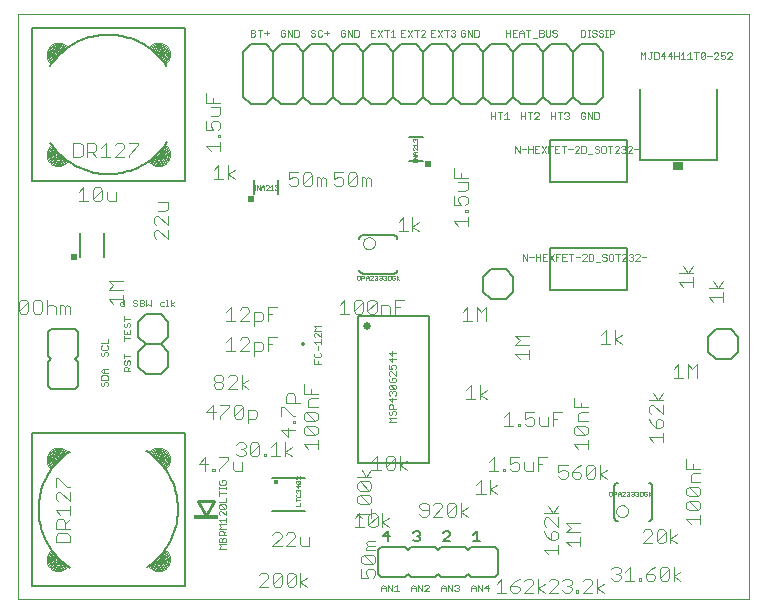
<source format=gto>
G75*
%MOIN*%
%OFA0B0*%
%FSLAX24Y24*%
%IPPOS*%
%LPD*%
%AMOC8*
5,1,8,0,0,1.08239X$1,22.5*
%
%ADD10C,0.0000*%
%ADD11C,0.0020*%
%ADD12C,0.0040*%
%ADD13C,0.0060*%
%ADD14C,0.0080*%
%ADD15R,0.0340X0.0300*%
%ADD16C,0.0138*%
%ADD17C,0.0050*%
%ADD18C,0.0157*%
%ADD19C,0.0010*%
%ADD20R,0.0220X0.0200*%
%ADD21R,0.0200X0.0200*%
%ADD22C,0.0100*%
%ADD23R,0.0827X0.0118*%
%ADD24C,0.0263*%
D10*
X000630Y000630D02*
X000630Y020126D01*
X025000Y020126D01*
X025000Y000630D01*
X000630Y000630D01*
D11*
X007324Y002322D02*
X007398Y002396D01*
X007324Y002469D01*
X007545Y002469D01*
X007545Y002543D02*
X007545Y002653D01*
X007508Y002690D01*
X007471Y002690D01*
X007435Y002653D01*
X007435Y002543D01*
X007545Y002543D02*
X007324Y002543D01*
X007324Y002653D01*
X007361Y002690D01*
X007398Y002690D01*
X007435Y002653D01*
X007471Y002764D02*
X007471Y002874D01*
X007435Y002911D01*
X007361Y002911D01*
X007324Y002874D01*
X007324Y002764D01*
X007545Y002764D01*
X007471Y002838D02*
X007545Y002911D01*
X007545Y002985D02*
X007324Y002985D01*
X007398Y003059D01*
X007324Y003132D01*
X007545Y003132D01*
X007545Y003206D02*
X007545Y003353D01*
X007545Y003280D02*
X007324Y003280D01*
X007398Y003206D01*
X007361Y003427D02*
X007324Y003464D01*
X007324Y003537D01*
X007361Y003574D01*
X007398Y003574D01*
X007545Y003427D01*
X007545Y003574D01*
X007508Y003648D02*
X007361Y003795D01*
X007508Y003795D01*
X007545Y003758D01*
X007545Y003685D01*
X007508Y003648D01*
X007361Y003648D01*
X007324Y003685D01*
X007324Y003758D01*
X007361Y003795D01*
X007324Y003869D02*
X007545Y003869D01*
X007545Y004016D01*
X007545Y004163D02*
X007324Y004163D01*
X007324Y004090D02*
X007324Y004237D01*
X007324Y004311D02*
X007324Y004384D01*
X007324Y004348D02*
X007545Y004348D01*
X007545Y004384D02*
X007545Y004311D01*
X007508Y004458D02*
X007361Y004458D01*
X007324Y004495D01*
X007324Y004568D01*
X007361Y004605D01*
X007435Y004605D02*
X007435Y004532D01*
X007435Y004605D02*
X007508Y004605D01*
X007545Y004568D01*
X007545Y004495D01*
X007508Y004458D01*
X007545Y002322D02*
X007324Y002322D01*
X012727Y001047D02*
X012727Y000900D01*
X012727Y001010D02*
X012874Y001010D01*
X012874Y001047D02*
X012874Y000900D01*
X012948Y000900D02*
X012948Y001120D01*
X013095Y000900D01*
X013095Y001120D01*
X013169Y001047D02*
X013242Y001120D01*
X013242Y000900D01*
X013169Y000900D02*
X013316Y000900D01*
X013727Y000900D02*
X013727Y001047D01*
X013800Y001120D01*
X013874Y001047D01*
X013874Y000900D01*
X013948Y000900D02*
X013948Y001120D01*
X014095Y000900D01*
X014095Y001120D01*
X014169Y001083D02*
X014206Y001120D01*
X014279Y001120D01*
X014316Y001083D01*
X014316Y001047D01*
X014169Y000900D01*
X014316Y000900D01*
X014727Y000900D02*
X014727Y001047D01*
X014800Y001120D01*
X014874Y001047D01*
X014874Y000900D01*
X014948Y000900D02*
X014948Y001120D01*
X015095Y000900D01*
X015095Y001120D01*
X015169Y001083D02*
X015206Y001120D01*
X015279Y001120D01*
X015316Y001083D01*
X015316Y001047D01*
X015279Y001010D01*
X015316Y000973D01*
X015316Y000937D01*
X015279Y000900D01*
X015206Y000900D01*
X015169Y000937D01*
X015242Y001010D02*
X015279Y001010D01*
X014874Y001010D02*
X014727Y001010D01*
X013874Y001010D02*
X013727Y001010D01*
X012874Y001047D02*
X012800Y001120D01*
X012727Y001047D01*
X015727Y001047D02*
X015727Y000900D01*
X015727Y001010D02*
X015874Y001010D01*
X015874Y001047D02*
X015874Y000900D01*
X015948Y000900D02*
X015948Y001120D01*
X016095Y000900D01*
X016095Y001120D01*
X016169Y001010D02*
X016316Y001010D01*
X016279Y000900D02*
X016279Y001120D01*
X016169Y001010D01*
X015874Y001047D02*
X015800Y001120D01*
X015727Y001047D01*
X020317Y004103D02*
X020340Y004080D01*
X020387Y004080D01*
X020410Y004103D01*
X020410Y004197D01*
X020387Y004220D01*
X020340Y004220D01*
X020317Y004197D01*
X020317Y004103D01*
X020464Y004080D02*
X020464Y004220D01*
X020534Y004220D01*
X020557Y004197D01*
X020557Y004150D01*
X020534Y004127D01*
X020464Y004127D01*
X020611Y004150D02*
X020705Y004150D01*
X020705Y004173D02*
X020705Y004080D01*
X020759Y004080D02*
X020852Y004173D01*
X020852Y004197D01*
X020829Y004220D01*
X020782Y004220D01*
X020759Y004197D01*
X020705Y004173D02*
X020658Y004220D01*
X020611Y004173D01*
X020611Y004080D01*
X020759Y004080D02*
X020852Y004080D01*
X020906Y004103D02*
X020929Y004080D01*
X020976Y004080D01*
X020999Y004103D01*
X020999Y004127D01*
X020976Y004150D01*
X020953Y004150D01*
X020976Y004150D02*
X020999Y004173D01*
X020999Y004197D01*
X020976Y004220D01*
X020929Y004220D01*
X020906Y004197D01*
X021053Y004197D02*
X021077Y004220D01*
X021123Y004220D01*
X021147Y004197D01*
X021147Y004173D01*
X021123Y004150D01*
X021100Y004150D01*
X021123Y004150D02*
X021147Y004127D01*
X021147Y004103D01*
X021123Y004080D01*
X021077Y004080D01*
X021053Y004103D01*
X021201Y004103D02*
X021224Y004080D01*
X021271Y004080D01*
X021294Y004103D01*
X021294Y004127D01*
X021271Y004150D01*
X021247Y004150D01*
X021271Y004150D02*
X021294Y004173D01*
X021294Y004197D01*
X021271Y004220D01*
X021224Y004220D01*
X021201Y004197D01*
X021348Y004220D02*
X021418Y004220D01*
X021441Y004197D01*
X021441Y004103D01*
X021418Y004080D01*
X021348Y004080D01*
X021348Y004220D01*
X021495Y004197D02*
X021495Y004103D01*
X021519Y004080D01*
X021565Y004080D01*
X021589Y004103D01*
X021589Y004150D01*
X021542Y004150D01*
X021495Y004197D02*
X021519Y004220D01*
X021565Y004220D01*
X021589Y004197D01*
X021643Y004220D02*
X021643Y004080D01*
X021643Y004127D02*
X021736Y004220D01*
X021666Y004150D02*
X021736Y004080D01*
X020561Y003569D02*
X020563Y003596D01*
X020569Y003623D01*
X020578Y003649D01*
X020591Y003673D01*
X020607Y003696D01*
X020626Y003715D01*
X020648Y003732D01*
X020672Y003746D01*
X020697Y003756D01*
X020724Y003763D01*
X020751Y003766D01*
X020779Y003765D01*
X020806Y003760D01*
X020832Y003752D01*
X020856Y003740D01*
X020879Y003724D01*
X020900Y003706D01*
X020917Y003685D01*
X020932Y003661D01*
X020943Y003636D01*
X020951Y003610D01*
X020955Y003583D01*
X020955Y003555D01*
X020951Y003528D01*
X020943Y003502D01*
X020932Y003477D01*
X020917Y003453D01*
X020900Y003432D01*
X020879Y003414D01*
X020857Y003398D01*
X020832Y003386D01*
X020806Y003378D01*
X020779Y003373D01*
X020751Y003372D01*
X020724Y003375D01*
X020697Y003382D01*
X020672Y003392D01*
X020648Y003406D01*
X020626Y003423D01*
X020607Y003442D01*
X020591Y003465D01*
X020578Y003489D01*
X020569Y003515D01*
X020563Y003542D01*
X020561Y003569D01*
X013210Y006539D02*
X012990Y006539D01*
X013063Y006613D01*
X012990Y006686D01*
X013210Y006686D01*
X013173Y006760D02*
X013210Y006797D01*
X013210Y006870D01*
X013173Y006907D01*
X013137Y006907D01*
X013100Y006870D01*
X013100Y006797D01*
X013063Y006760D01*
X013027Y006760D01*
X012990Y006797D01*
X012990Y006870D01*
X013027Y006907D01*
X012990Y006981D02*
X012990Y007091D01*
X013027Y007128D01*
X013100Y007128D01*
X013137Y007091D01*
X013137Y006981D01*
X013210Y006981D02*
X012990Y006981D01*
X013100Y007202D02*
X013100Y007349D01*
X013173Y007423D02*
X013210Y007460D01*
X013210Y007533D01*
X013173Y007570D01*
X013137Y007570D01*
X013100Y007533D01*
X013100Y007496D01*
X013100Y007533D02*
X013063Y007570D01*
X013027Y007570D01*
X012990Y007533D01*
X012990Y007460D01*
X013027Y007423D01*
X012990Y007312D02*
X013100Y007202D01*
X013210Y007312D02*
X012990Y007312D01*
X013027Y007644D02*
X012990Y007681D01*
X012990Y007754D01*
X013027Y007791D01*
X013173Y007644D01*
X013210Y007681D01*
X013210Y007754D01*
X013173Y007791D01*
X013027Y007791D01*
X013027Y007865D02*
X013173Y007865D01*
X013210Y007902D01*
X013210Y007975D01*
X013173Y008012D01*
X013100Y008012D01*
X013100Y007938D01*
X013027Y007865D02*
X012990Y007902D01*
X012990Y007975D01*
X013027Y008012D01*
X013027Y008086D02*
X012990Y008123D01*
X012990Y008196D01*
X013027Y008233D01*
X013063Y008233D01*
X013210Y008086D01*
X013210Y008233D01*
X013173Y008307D02*
X013210Y008344D01*
X013210Y008417D01*
X013173Y008454D01*
X013100Y008454D01*
X013063Y008417D01*
X013063Y008380D01*
X013100Y008307D01*
X012990Y008307D01*
X012990Y008454D01*
X013100Y008528D02*
X013100Y008675D01*
X013100Y008749D02*
X013100Y008896D01*
X013210Y008859D02*
X012990Y008859D01*
X013100Y008749D01*
X013210Y008638D02*
X012990Y008638D01*
X013100Y008528D01*
X013173Y007644D02*
X013027Y007644D01*
X010716Y008486D02*
X010496Y008486D01*
X010496Y008633D01*
X010533Y008707D02*
X010680Y008707D01*
X010716Y008744D01*
X010716Y008818D01*
X010680Y008854D01*
X010606Y008928D02*
X010606Y009075D01*
X010570Y009149D02*
X010496Y009223D01*
X010716Y009223D01*
X010716Y009296D02*
X010716Y009149D01*
X010716Y009370D02*
X010570Y009517D01*
X010533Y009517D01*
X010496Y009481D01*
X010496Y009407D01*
X010533Y009370D01*
X010716Y009370D02*
X010716Y009517D01*
X010716Y009591D02*
X010496Y009591D01*
X010570Y009665D01*
X010496Y009738D01*
X010716Y009738D01*
X010533Y008854D02*
X010496Y008818D01*
X010496Y008744D01*
X010533Y008707D01*
X010606Y008560D02*
X010606Y008486D01*
X011940Y011280D02*
X011987Y011280D01*
X012010Y011303D01*
X012010Y011397D01*
X011987Y011420D01*
X011940Y011420D01*
X011917Y011397D01*
X011917Y011303D01*
X011940Y011280D01*
X012064Y011280D02*
X012064Y011420D01*
X012134Y011420D01*
X012157Y011397D01*
X012157Y011350D01*
X012134Y011327D01*
X012064Y011327D01*
X012211Y011350D02*
X012305Y011350D01*
X012305Y011373D02*
X012305Y011280D01*
X012359Y011280D02*
X012452Y011373D01*
X012452Y011397D01*
X012429Y011420D01*
X012382Y011420D01*
X012359Y011397D01*
X012305Y011373D02*
X012258Y011420D01*
X012211Y011373D01*
X012211Y011280D01*
X012359Y011280D02*
X012452Y011280D01*
X012506Y011303D02*
X012529Y011280D01*
X012576Y011280D01*
X012599Y011303D01*
X012599Y011327D01*
X012576Y011350D01*
X012553Y011350D01*
X012576Y011350D02*
X012599Y011373D01*
X012599Y011397D01*
X012576Y011420D01*
X012529Y011420D01*
X012506Y011397D01*
X012653Y011397D02*
X012677Y011420D01*
X012723Y011420D01*
X012747Y011397D01*
X012747Y011373D01*
X012723Y011350D01*
X012747Y011327D01*
X012747Y011303D01*
X012723Y011280D01*
X012677Y011280D01*
X012653Y011303D01*
X012700Y011350D02*
X012723Y011350D01*
X012801Y011303D02*
X012824Y011280D01*
X012871Y011280D01*
X012894Y011303D01*
X012894Y011327D01*
X012871Y011350D01*
X012847Y011350D01*
X012871Y011350D02*
X012894Y011373D01*
X012894Y011397D01*
X012871Y011420D01*
X012824Y011420D01*
X012801Y011397D01*
X012948Y011420D02*
X012948Y011280D01*
X013018Y011280D01*
X013041Y011303D01*
X013041Y011397D01*
X013018Y011420D01*
X012948Y011420D01*
X013095Y011397D02*
X013095Y011303D01*
X013119Y011280D01*
X013165Y011280D01*
X013189Y011303D01*
X013189Y011350D01*
X013142Y011350D01*
X013095Y011397D02*
X013119Y011420D01*
X013165Y011420D01*
X013189Y011397D01*
X013243Y011420D02*
X013243Y011280D01*
X013243Y011327D02*
X013336Y011420D01*
X013266Y011350D02*
X013336Y011280D01*
X012122Y012502D02*
X012124Y012529D01*
X012130Y012556D01*
X012139Y012582D01*
X012152Y012606D01*
X012168Y012629D01*
X012187Y012648D01*
X012209Y012665D01*
X012233Y012679D01*
X012258Y012689D01*
X012285Y012696D01*
X012312Y012699D01*
X012340Y012698D01*
X012367Y012693D01*
X012393Y012685D01*
X012417Y012673D01*
X012440Y012657D01*
X012461Y012639D01*
X012478Y012618D01*
X012493Y012594D01*
X012504Y012569D01*
X012512Y012543D01*
X012516Y012516D01*
X012516Y012488D01*
X012512Y012461D01*
X012504Y012435D01*
X012493Y012410D01*
X012478Y012386D01*
X012461Y012365D01*
X012440Y012347D01*
X012418Y012331D01*
X012393Y012319D01*
X012367Y012311D01*
X012340Y012306D01*
X012312Y012305D01*
X012285Y012308D01*
X012258Y012315D01*
X012233Y012325D01*
X012209Y012339D01*
X012187Y012356D01*
X012168Y012375D01*
X012152Y012398D01*
X012139Y012422D01*
X012130Y012448D01*
X012124Y012475D01*
X012122Y012502D01*
X017191Y015520D02*
X017191Y015740D01*
X017338Y015520D01*
X017338Y015740D01*
X017412Y015630D02*
X017559Y015630D01*
X017633Y015630D02*
X017780Y015630D01*
X017854Y015630D02*
X017928Y015630D01*
X017854Y015520D02*
X018001Y015520D01*
X018075Y015520D02*
X018222Y015740D01*
X018296Y015740D02*
X018296Y015520D01*
X018222Y015520D02*
X018075Y015740D01*
X018001Y015740D02*
X017854Y015740D01*
X017854Y015520D01*
X017780Y015520D02*
X017780Y015740D01*
X017633Y015740D02*
X017633Y015520D01*
X018296Y015630D02*
X018370Y015630D01*
X018296Y015740D02*
X018443Y015740D01*
X018517Y015740D02*
X018517Y015520D01*
X018664Y015520D01*
X018591Y015630D02*
X018517Y015630D01*
X018517Y015740D02*
X018664Y015740D01*
X018738Y015740D02*
X018885Y015740D01*
X018812Y015740D02*
X018812Y015520D01*
X018959Y015630D02*
X019106Y015630D01*
X019180Y015703D02*
X019217Y015740D01*
X019290Y015740D01*
X019327Y015703D01*
X019327Y015667D01*
X019180Y015520D01*
X019327Y015520D01*
X019401Y015520D02*
X019511Y015520D01*
X019548Y015557D01*
X019548Y015703D01*
X019511Y015740D01*
X019401Y015740D01*
X019401Y015520D01*
X019622Y015483D02*
X019769Y015483D01*
X019843Y015557D02*
X019880Y015520D01*
X019953Y015520D01*
X019990Y015557D01*
X019990Y015593D01*
X019953Y015630D01*
X019880Y015630D01*
X019843Y015667D01*
X019843Y015703D01*
X019880Y015740D01*
X019953Y015740D01*
X019990Y015703D01*
X020064Y015703D02*
X020064Y015557D01*
X020101Y015520D01*
X020174Y015520D01*
X020211Y015557D01*
X020211Y015703D01*
X020174Y015740D01*
X020101Y015740D01*
X020064Y015703D01*
X020285Y015740D02*
X020432Y015740D01*
X020358Y015740D02*
X020358Y015520D01*
X020506Y015520D02*
X020653Y015667D01*
X020653Y015703D01*
X020616Y015740D01*
X020543Y015740D01*
X020506Y015703D01*
X020506Y015520D02*
X020653Y015520D01*
X020727Y015557D02*
X020764Y015520D01*
X020837Y015520D01*
X020874Y015557D01*
X020874Y015593D01*
X020837Y015630D01*
X020800Y015630D01*
X020837Y015630D02*
X020874Y015667D01*
X020874Y015703D01*
X020837Y015740D01*
X020764Y015740D01*
X020727Y015703D01*
X020948Y015703D02*
X020985Y015740D01*
X021058Y015740D01*
X021095Y015703D01*
X021095Y015667D01*
X020948Y015520D01*
X021095Y015520D01*
X021169Y015630D02*
X021316Y015630D01*
X019979Y016677D02*
X019979Y016823D01*
X019942Y016860D01*
X019832Y016860D01*
X019832Y016640D01*
X019942Y016640D01*
X019979Y016677D01*
X019758Y016640D02*
X019758Y016860D01*
X019611Y016860D02*
X019758Y016640D01*
X019611Y016640D02*
X019611Y016860D01*
X019537Y016823D02*
X019500Y016860D01*
X019427Y016860D01*
X019390Y016823D01*
X019390Y016677D01*
X019427Y016640D01*
X019500Y016640D01*
X019537Y016677D01*
X019537Y016750D01*
X019463Y016750D01*
X018979Y016713D02*
X018979Y016677D01*
X018942Y016640D01*
X018869Y016640D01*
X018832Y016677D01*
X018905Y016750D02*
X018942Y016750D01*
X018979Y016713D01*
X018942Y016750D02*
X018979Y016787D01*
X018979Y016823D01*
X018942Y016860D01*
X018869Y016860D01*
X018832Y016823D01*
X018758Y016860D02*
X018611Y016860D01*
X018684Y016860D02*
X018684Y016640D01*
X018537Y016640D02*
X018537Y016860D01*
X018537Y016750D02*
X018390Y016750D01*
X018390Y016640D02*
X018390Y016860D01*
X017979Y016823D02*
X017979Y016787D01*
X017832Y016640D01*
X017979Y016640D01*
X017979Y016823D02*
X017942Y016860D01*
X017869Y016860D01*
X017832Y016823D01*
X017758Y016860D02*
X017611Y016860D01*
X017684Y016860D02*
X017684Y016640D01*
X017537Y016640D02*
X017537Y016860D01*
X017537Y016750D02*
X017390Y016750D01*
X017390Y016640D02*
X017390Y016860D01*
X016979Y016640D02*
X016832Y016640D01*
X016905Y016640D02*
X016905Y016860D01*
X016832Y016787D01*
X016758Y016860D02*
X016611Y016860D01*
X016684Y016860D02*
X016684Y016640D01*
X016537Y016640D02*
X016537Y016860D01*
X016537Y016750D02*
X016390Y016750D01*
X016390Y016640D02*
X016390Y016860D01*
X015942Y019390D02*
X015979Y019427D01*
X015979Y019573D01*
X015942Y019610D01*
X015832Y019610D01*
X015832Y019390D01*
X015942Y019390D01*
X015758Y019390D02*
X015758Y019610D01*
X015611Y019610D02*
X015611Y019390D01*
X015537Y019427D02*
X015537Y019500D01*
X015463Y019500D01*
X015390Y019427D02*
X015427Y019390D01*
X015500Y019390D01*
X015537Y019427D01*
X015537Y019573D02*
X015500Y019610D01*
X015427Y019610D01*
X015390Y019573D01*
X015390Y019427D01*
X015200Y019427D02*
X015163Y019390D01*
X015090Y019390D01*
X015053Y019427D01*
X015126Y019500D02*
X015163Y019500D01*
X015200Y019463D01*
X015200Y019427D01*
X015163Y019500D02*
X015200Y019537D01*
X015200Y019573D01*
X015163Y019610D01*
X015090Y019610D01*
X015053Y019573D01*
X014979Y019610D02*
X014832Y019610D01*
X014905Y019610D02*
X014905Y019390D01*
X014758Y019390D02*
X014611Y019610D01*
X014537Y019610D02*
X014390Y019610D01*
X014390Y019390D01*
X014537Y019390D01*
X014611Y019390D02*
X014758Y019610D01*
X014463Y019500D02*
X014390Y019500D01*
X014200Y019537D02*
X014200Y019573D01*
X014163Y019610D01*
X014090Y019610D01*
X014053Y019573D01*
X013979Y019610D02*
X013832Y019610D01*
X013905Y019610D02*
X013905Y019390D01*
X013758Y019390D02*
X013611Y019610D01*
X013537Y019610D02*
X013390Y019610D01*
X013390Y019390D01*
X013537Y019390D01*
X013611Y019390D02*
X013758Y019610D01*
X013463Y019500D02*
X013390Y019500D01*
X013200Y019390D02*
X013053Y019390D01*
X013126Y019390D02*
X013126Y019610D01*
X013053Y019537D01*
X012979Y019610D02*
X012832Y019610D01*
X012905Y019610D02*
X012905Y019390D01*
X012758Y019390D02*
X012611Y019610D01*
X012537Y019610D02*
X012390Y019610D01*
X012390Y019390D01*
X012537Y019390D01*
X012611Y019390D02*
X012758Y019610D01*
X012463Y019500D02*
X012390Y019500D01*
X011979Y019427D02*
X011979Y019573D01*
X011942Y019610D01*
X011832Y019610D01*
X011832Y019390D01*
X011942Y019390D01*
X011979Y019427D01*
X011758Y019390D02*
X011758Y019610D01*
X011611Y019610D02*
X011758Y019390D01*
X011611Y019390D02*
X011611Y019610D01*
X011537Y019573D02*
X011500Y019610D01*
X011427Y019610D01*
X011390Y019573D01*
X011390Y019427D01*
X011427Y019390D01*
X011500Y019390D01*
X011537Y019427D01*
X011537Y019500D01*
X011463Y019500D01*
X010979Y019500D02*
X010832Y019500D01*
X010905Y019573D02*
X010905Y019427D01*
X010758Y019427D02*
X010721Y019390D01*
X010648Y019390D01*
X010611Y019427D01*
X010611Y019573D01*
X010648Y019610D01*
X010721Y019610D01*
X010758Y019573D01*
X010537Y019573D02*
X010500Y019610D01*
X010427Y019610D01*
X010390Y019573D01*
X010390Y019537D01*
X010427Y019500D01*
X010500Y019500D01*
X010537Y019463D01*
X010537Y019427D01*
X010500Y019390D01*
X010427Y019390D01*
X010390Y019427D01*
X009979Y019427D02*
X009979Y019573D01*
X009942Y019610D01*
X009832Y019610D01*
X009832Y019390D01*
X009942Y019390D01*
X009979Y019427D01*
X009758Y019390D02*
X009758Y019610D01*
X009611Y019610D02*
X009758Y019390D01*
X009611Y019390D02*
X009611Y019610D01*
X009537Y019573D02*
X009500Y019610D01*
X009427Y019610D01*
X009390Y019573D01*
X009390Y019427D01*
X009427Y019390D01*
X009500Y019390D01*
X009537Y019427D01*
X009537Y019500D01*
X009463Y019500D01*
X008979Y019500D02*
X008832Y019500D01*
X008905Y019573D02*
X008905Y019427D01*
X008684Y019390D02*
X008684Y019610D01*
X008611Y019610D02*
X008758Y019610D01*
X008537Y019573D02*
X008537Y019537D01*
X008500Y019500D01*
X008390Y019500D01*
X008390Y019390D02*
X008390Y019610D01*
X008500Y019610D01*
X008537Y019573D01*
X008500Y019500D02*
X008537Y019463D01*
X008537Y019427D01*
X008500Y019390D01*
X008390Y019390D01*
X014053Y019390D02*
X014200Y019537D01*
X014200Y019390D02*
X014053Y019390D01*
X015611Y019610D02*
X015758Y019390D01*
X016890Y019390D02*
X016890Y019610D01*
X016890Y019500D02*
X017037Y019500D01*
X017111Y019500D02*
X017184Y019500D01*
X017111Y019610D02*
X017111Y019390D01*
X017258Y019390D01*
X017332Y019390D02*
X017332Y019537D01*
X017405Y019610D01*
X017479Y019537D01*
X017479Y019390D01*
X017479Y019500D02*
X017332Y019500D01*
X017258Y019610D02*
X017111Y019610D01*
X017037Y019610D02*
X017037Y019390D01*
X017553Y019610D02*
X017700Y019610D01*
X017626Y019610D02*
X017626Y019390D01*
X017774Y019353D02*
X017921Y019353D01*
X017995Y019390D02*
X018105Y019390D01*
X018142Y019427D01*
X018142Y019463D01*
X018105Y019500D01*
X017995Y019500D01*
X017995Y019390D02*
X017995Y019610D01*
X018105Y019610D01*
X018142Y019573D01*
X018142Y019537D01*
X018105Y019500D01*
X018216Y019427D02*
X018216Y019610D01*
X018363Y019610D02*
X018363Y019427D01*
X018326Y019390D01*
X018253Y019390D01*
X018216Y019427D01*
X018437Y019427D02*
X018474Y019390D01*
X018547Y019390D01*
X018584Y019427D01*
X018584Y019463D01*
X018547Y019500D01*
X018474Y019500D01*
X018437Y019537D01*
X018437Y019573D01*
X018474Y019610D01*
X018547Y019610D01*
X018584Y019573D01*
X019390Y019610D02*
X019390Y019390D01*
X019500Y019390D01*
X019537Y019427D01*
X019537Y019573D01*
X019500Y019610D01*
X019390Y019610D01*
X019611Y019610D02*
X019684Y019610D01*
X019648Y019610D02*
X019648Y019390D01*
X019684Y019390D02*
X019611Y019390D01*
X019758Y019427D02*
X019795Y019390D01*
X019868Y019390D01*
X019905Y019427D01*
X019905Y019463D01*
X019868Y019500D01*
X019795Y019500D01*
X019758Y019537D01*
X019758Y019573D01*
X019795Y019610D01*
X019868Y019610D01*
X019905Y019573D01*
X019979Y019573D02*
X019979Y019537D01*
X020016Y019500D01*
X020089Y019500D01*
X020126Y019463D01*
X020126Y019427D01*
X020089Y019390D01*
X020016Y019390D01*
X019979Y019427D01*
X019979Y019573D02*
X020016Y019610D01*
X020089Y019610D01*
X020126Y019573D01*
X020200Y019610D02*
X020274Y019610D01*
X020237Y019610D02*
X020237Y019390D01*
X020200Y019390D02*
X020274Y019390D01*
X020348Y019390D02*
X020348Y019610D01*
X020458Y019610D01*
X020494Y019573D01*
X020494Y019500D01*
X020458Y019463D01*
X020348Y019463D01*
X021390Y018860D02*
X021463Y018787D01*
X021537Y018860D01*
X021537Y018640D01*
X021611Y018677D02*
X021648Y018640D01*
X021684Y018640D01*
X021721Y018677D01*
X021721Y018860D01*
X021684Y018860D02*
X021758Y018860D01*
X021832Y018860D02*
X021942Y018860D01*
X021979Y018823D01*
X021979Y018677D01*
X021942Y018640D01*
X021832Y018640D01*
X021832Y018860D01*
X022053Y018750D02*
X022200Y018750D01*
X022274Y018750D02*
X022421Y018750D01*
X022495Y018750D02*
X022642Y018750D01*
X022716Y018787D02*
X022789Y018860D01*
X022789Y018640D01*
X022716Y018640D02*
X022863Y018640D01*
X022937Y018640D02*
X023084Y018640D01*
X023010Y018640D02*
X023010Y018860D01*
X022937Y018787D01*
X023158Y018860D02*
X023305Y018860D01*
X023231Y018860D02*
X023231Y018640D01*
X023379Y018677D02*
X023526Y018823D01*
X023526Y018677D01*
X023489Y018640D01*
X023416Y018640D01*
X023379Y018677D01*
X023379Y018823D01*
X023416Y018860D01*
X023489Y018860D01*
X023526Y018823D01*
X023600Y018750D02*
X023747Y018750D01*
X023821Y018823D02*
X023858Y018860D01*
X023931Y018860D01*
X023968Y018823D01*
X023968Y018787D01*
X023821Y018640D01*
X023968Y018640D01*
X024042Y018677D02*
X024079Y018640D01*
X024152Y018640D01*
X024189Y018677D01*
X024189Y018750D01*
X024152Y018787D01*
X024115Y018787D01*
X024042Y018750D01*
X024042Y018860D01*
X024189Y018860D01*
X024263Y018823D02*
X024300Y018860D01*
X024373Y018860D01*
X024410Y018823D01*
X024410Y018787D01*
X024263Y018640D01*
X024410Y018640D01*
X022642Y018640D02*
X022642Y018860D01*
X022495Y018860D02*
X022495Y018640D01*
X022384Y018640D02*
X022384Y018860D01*
X022274Y018750D01*
X022163Y018640D02*
X022163Y018860D01*
X022053Y018750D01*
X021390Y018640D02*
X021390Y018860D01*
X021308Y012140D02*
X021235Y012140D01*
X021198Y012103D01*
X021124Y012103D02*
X021124Y012067D01*
X021087Y012030D01*
X021124Y011993D01*
X021124Y011957D01*
X021087Y011920D01*
X021014Y011920D01*
X020977Y011957D01*
X020903Y011920D02*
X020756Y011920D01*
X020903Y012067D01*
X020903Y012103D01*
X020866Y012140D01*
X020793Y012140D01*
X020756Y012103D01*
X020682Y012140D02*
X020535Y012140D01*
X020608Y012140D02*
X020608Y011920D01*
X020461Y011957D02*
X020461Y012103D01*
X020424Y012140D01*
X020351Y012140D01*
X020314Y012103D01*
X020314Y011957D01*
X020351Y011920D01*
X020424Y011920D01*
X020461Y011957D01*
X020240Y011957D02*
X020203Y011920D01*
X020130Y011920D01*
X020093Y011957D01*
X020130Y012030D02*
X020203Y012030D01*
X020240Y011993D01*
X020240Y011957D01*
X020130Y012030D02*
X020093Y012067D01*
X020093Y012103D01*
X020130Y012140D01*
X020203Y012140D01*
X020240Y012103D01*
X020019Y011883D02*
X019872Y011883D01*
X019798Y011957D02*
X019798Y012103D01*
X019761Y012140D01*
X019651Y012140D01*
X019651Y011920D01*
X019761Y011920D01*
X019798Y011957D01*
X019577Y011920D02*
X019430Y011920D01*
X019577Y012067D01*
X019577Y012103D01*
X019540Y012140D01*
X019467Y012140D01*
X019430Y012103D01*
X019356Y012030D02*
X019209Y012030D01*
X019135Y012140D02*
X018988Y012140D01*
X019062Y012140D02*
X019062Y011920D01*
X018914Y011920D02*
X018767Y011920D01*
X018767Y012140D01*
X018914Y012140D01*
X018841Y012030D02*
X018767Y012030D01*
X018693Y012140D02*
X018546Y012140D01*
X018546Y011920D01*
X018472Y011920D02*
X018325Y012140D01*
X018251Y012140D02*
X018104Y012140D01*
X018104Y011920D01*
X018251Y011920D01*
X018325Y011920D02*
X018472Y012140D01*
X018546Y012030D02*
X018620Y012030D01*
X018178Y012030D02*
X018104Y012030D01*
X018030Y012030D02*
X017883Y012030D01*
X017809Y012030D02*
X017662Y012030D01*
X017588Y011920D02*
X017588Y012140D01*
X017441Y012140D02*
X017441Y011920D01*
X017588Y011920D02*
X017441Y012140D01*
X017883Y012140D02*
X017883Y011920D01*
X018030Y011920D02*
X018030Y012140D01*
X020977Y012103D02*
X021014Y012140D01*
X021087Y012140D01*
X021124Y012103D01*
X021087Y012030D02*
X021050Y012030D01*
X021198Y011920D02*
X021345Y012067D01*
X021345Y012103D01*
X021308Y012140D01*
X021419Y012030D02*
X021566Y012030D01*
X021345Y011920D02*
X021198Y011920D01*
X005816Y010547D02*
X005706Y010473D01*
X005816Y010400D01*
X005706Y010400D02*
X005706Y010620D01*
X005595Y010620D02*
X005595Y010400D01*
X005559Y010400D02*
X005632Y010400D01*
X005484Y010400D02*
X005374Y010400D01*
X005338Y010437D01*
X005338Y010510D01*
X005374Y010547D01*
X005484Y010547D01*
X005559Y010620D02*
X005595Y010620D01*
X005042Y010620D02*
X005042Y010400D01*
X004969Y010473D01*
X004896Y010400D01*
X004896Y010620D01*
X004821Y010583D02*
X004821Y010547D01*
X004785Y010510D01*
X004675Y010510D01*
X004600Y010473D02*
X004600Y010437D01*
X004564Y010400D01*
X004490Y010400D01*
X004454Y010437D01*
X004490Y010510D02*
X004564Y010510D01*
X004600Y010473D01*
X004675Y010400D02*
X004675Y010620D01*
X004785Y010620D01*
X004821Y010583D01*
X004785Y010510D02*
X004821Y010473D01*
X004821Y010437D01*
X004785Y010400D01*
X004675Y010400D01*
X004600Y010583D02*
X004564Y010620D01*
X004490Y010620D01*
X004454Y010583D01*
X004454Y010547D01*
X004490Y010510D01*
X004158Y010547D02*
X004048Y010547D01*
X004012Y010510D01*
X004012Y010437D01*
X004048Y010400D01*
X004158Y010400D01*
X004158Y010620D01*
X004140Y010066D02*
X004140Y009919D01*
X004140Y009992D02*
X004360Y009992D01*
X004323Y009845D02*
X004360Y009808D01*
X004360Y009735D01*
X004323Y009698D01*
X004250Y009735D02*
X004213Y009698D01*
X004177Y009698D01*
X004140Y009735D01*
X004140Y009808D01*
X004177Y009845D01*
X004250Y009808D02*
X004287Y009845D01*
X004323Y009845D01*
X004250Y009808D02*
X004250Y009735D01*
X004360Y009624D02*
X004360Y009477D01*
X004140Y009477D01*
X004140Y009624D01*
X004250Y009550D02*
X004250Y009477D01*
X004140Y009403D02*
X004140Y009256D01*
X004140Y009329D02*
X004360Y009329D01*
X003610Y009316D02*
X003610Y009169D01*
X003390Y009169D01*
X003427Y009095D02*
X003390Y009058D01*
X003390Y008985D01*
X003427Y008948D01*
X003573Y008948D01*
X003610Y008985D01*
X003610Y009058D01*
X003573Y009095D01*
X003573Y008874D02*
X003610Y008837D01*
X003610Y008764D01*
X003573Y008727D01*
X003500Y008764D02*
X003500Y008837D01*
X003537Y008874D01*
X003573Y008874D01*
X003500Y008764D02*
X003463Y008727D01*
X003427Y008727D01*
X003390Y008764D01*
X003390Y008837D01*
X003427Y008874D01*
X003463Y008316D02*
X003610Y008316D01*
X003500Y008316D02*
X003500Y008169D01*
X003463Y008169D02*
X003390Y008242D01*
X003463Y008316D01*
X003463Y008169D02*
X003610Y008169D01*
X003573Y008095D02*
X003427Y008095D01*
X003390Y008058D01*
X003390Y007948D01*
X003610Y007948D01*
X003610Y008058D01*
X003573Y008095D01*
X003573Y007874D02*
X003610Y007837D01*
X003610Y007764D01*
X003573Y007727D01*
X003500Y007764D02*
X003500Y007837D01*
X003537Y007874D01*
X003573Y007874D01*
X003500Y007764D02*
X003463Y007727D01*
X003427Y007727D01*
X003390Y007764D01*
X003390Y007837D01*
X003427Y007874D01*
X004140Y008227D02*
X004140Y008337D01*
X004177Y008374D01*
X004250Y008374D01*
X004287Y008337D01*
X004287Y008227D01*
X004360Y008227D02*
X004140Y008227D01*
X004287Y008300D02*
X004360Y008374D01*
X004323Y008448D02*
X004360Y008485D01*
X004360Y008558D01*
X004323Y008595D01*
X004287Y008595D01*
X004250Y008558D01*
X004250Y008485D01*
X004213Y008448D01*
X004177Y008448D01*
X004140Y008485D01*
X004140Y008558D01*
X004177Y008595D01*
X004140Y008669D02*
X004140Y008816D01*
X004140Y008742D02*
X004360Y008742D01*
D12*
X002338Y010150D02*
X002338Y010380D01*
X002261Y010457D01*
X002185Y010380D01*
X002185Y010150D01*
X002031Y010150D02*
X002031Y010457D01*
X002108Y010457D01*
X002185Y010380D01*
X001878Y010380D02*
X001878Y010150D01*
X001878Y010380D02*
X001801Y010457D01*
X001648Y010457D01*
X001571Y010380D01*
X001417Y010227D02*
X001417Y010534D01*
X001341Y010610D01*
X001187Y010610D01*
X001110Y010534D01*
X001110Y010227D01*
X001187Y010150D01*
X001341Y010150D01*
X001417Y010227D01*
X001571Y010150D02*
X001571Y010610D01*
X000957Y010534D02*
X000957Y010227D01*
X000880Y010150D01*
X000727Y010150D01*
X000650Y010227D01*
X000957Y010534D01*
X000880Y010610D01*
X000727Y010610D01*
X000650Y010534D01*
X000650Y010227D01*
X003650Y010633D02*
X003803Y010479D01*
X003650Y010633D02*
X004110Y010633D01*
X004110Y010786D02*
X004110Y010479D01*
X004110Y010940D02*
X003650Y010940D01*
X003803Y011093D01*
X003650Y011247D01*
X004110Y011247D01*
X005226Y012650D02*
X005150Y012727D01*
X005150Y012880D01*
X005226Y012957D01*
X005303Y012957D01*
X005610Y012650D01*
X005610Y012957D01*
X005610Y013110D02*
X005303Y013417D01*
X005226Y013417D01*
X005150Y013341D01*
X005150Y013187D01*
X005226Y013110D01*
X005610Y013110D02*
X005610Y013417D01*
X005533Y013571D02*
X005610Y013648D01*
X005610Y013878D01*
X005303Y013878D01*
X005303Y013571D02*
X005533Y013571D01*
X003878Y013900D02*
X003878Y014207D01*
X003878Y013900D02*
X003648Y013900D01*
X003571Y013977D01*
X003571Y014207D01*
X003417Y014284D02*
X003110Y013977D01*
X003187Y013900D01*
X003341Y013900D01*
X003417Y013977D01*
X003417Y014284D01*
X003341Y014360D01*
X003187Y014360D01*
X003110Y014284D01*
X003110Y013977D01*
X002957Y013900D02*
X002650Y013900D01*
X002803Y013900D02*
X002803Y014360D01*
X002650Y014207D01*
X002699Y015378D02*
X002469Y015378D01*
X002469Y015839D01*
X002699Y015839D01*
X002776Y015762D01*
X002776Y015455D01*
X002699Y015378D01*
X002929Y015378D02*
X002929Y015839D01*
X003159Y015839D01*
X003236Y015762D01*
X003236Y015609D01*
X003159Y015532D01*
X002929Y015532D01*
X003083Y015532D02*
X003236Y015378D01*
X003390Y015378D02*
X003697Y015378D01*
X003850Y015378D02*
X004157Y015685D01*
X004157Y015762D01*
X004080Y015839D01*
X003927Y015839D01*
X003850Y015762D01*
X003543Y015839D02*
X003543Y015378D01*
X003850Y015378D02*
X004157Y015378D01*
X004310Y015378D02*
X004310Y015455D01*
X004617Y015762D01*
X004617Y015839D01*
X004310Y015839D01*
X003543Y015839D02*
X003390Y015685D01*
X001721Y015769D02*
X001934Y015471D01*
X001933Y015471D02*
X001932Y015462D01*
X001934Y015452D01*
X001938Y015443D01*
X001945Y015436D01*
X001954Y015432D01*
X001964Y015431D01*
X001974Y015433D01*
X002281Y015235D01*
X002257Y015205D01*
X002231Y015177D01*
X002202Y015152D01*
X002170Y015131D01*
X002137Y015112D01*
X002102Y015097D01*
X002066Y015085D01*
X002028Y015076D01*
X001990Y015072D01*
X001952Y015071D01*
X001914Y015074D01*
X001876Y015081D01*
X001840Y015091D01*
X001804Y015105D01*
X001770Y015122D01*
X001737Y015143D01*
X001707Y015166D01*
X001680Y015193D01*
X001655Y015222D01*
X001633Y015253D01*
X001614Y015286D01*
X001598Y015321D01*
X001586Y015357D01*
X001578Y015395D01*
X001573Y015433D01*
X001572Y015471D01*
X001575Y015509D01*
X001581Y015547D01*
X001591Y015584D01*
X001605Y015619D01*
X001622Y015653D01*
X001642Y015686D01*
X001666Y015716D01*
X001692Y015744D01*
X001721Y015769D01*
X001742Y015739D01*
X001715Y015715D01*
X001690Y015688D01*
X001668Y015658D01*
X001650Y015627D01*
X001634Y015593D01*
X001622Y015559D01*
X001614Y015523D01*
X001610Y015487D01*
X001609Y015450D01*
X001612Y015414D01*
X001619Y015378D01*
X001630Y015343D01*
X001644Y015309D01*
X001661Y015277D01*
X001682Y015247D01*
X001706Y015219D01*
X001732Y015194D01*
X001761Y015171D01*
X001792Y015152D01*
X001825Y015136D01*
X001860Y015123D01*
X001895Y015115D01*
X001931Y015109D01*
X001968Y015108D01*
X002005Y015110D01*
X002041Y015117D01*
X002076Y015126D01*
X002110Y015140D01*
X002142Y015157D01*
X002173Y015177D01*
X002201Y015200D01*
X002227Y015226D01*
X002250Y015255D01*
X002219Y015275D01*
X002197Y015248D01*
X002172Y015224D01*
X002144Y015202D01*
X002115Y015184D01*
X002084Y015169D01*
X002051Y015157D01*
X002017Y015150D01*
X001982Y015146D01*
X001948Y015145D01*
X001913Y015149D01*
X001879Y015156D01*
X001846Y015167D01*
X001815Y015182D01*
X001785Y015200D01*
X001757Y015221D01*
X001732Y015245D01*
X001710Y015272D01*
X001690Y015300D01*
X001674Y015331D01*
X001662Y015364D01*
X001653Y015397D01*
X001647Y015432D01*
X001646Y015466D01*
X001648Y015501D01*
X001655Y015535D01*
X001664Y015568D01*
X001678Y015601D01*
X001695Y015631D01*
X001715Y015659D01*
X001738Y015685D01*
X001764Y015709D01*
X001785Y015678D01*
X001761Y015656D01*
X001740Y015631D01*
X001722Y015604D01*
X001707Y015575D01*
X001695Y015545D01*
X001688Y015513D01*
X001684Y015480D01*
X001683Y015448D01*
X001687Y015415D01*
X001694Y015384D01*
X001705Y015353D01*
X001720Y015323D01*
X001737Y015296D01*
X001758Y015271D01*
X001782Y015248D01*
X001808Y015229D01*
X001836Y015212D01*
X001866Y015199D01*
X001897Y015190D01*
X001930Y015184D01*
X001962Y015182D01*
X001995Y015184D01*
X002027Y015189D01*
X002058Y015199D01*
X002088Y015212D01*
X002117Y015228D01*
X002143Y015247D01*
X002166Y015270D01*
X002188Y015295D01*
X002156Y015315D01*
X002136Y015292D01*
X002114Y015272D01*
X002089Y015254D01*
X002062Y015240D01*
X002034Y015230D01*
X002005Y015223D01*
X001975Y015219D01*
X001944Y015220D01*
X001914Y015224D01*
X001885Y015232D01*
X001857Y015243D01*
X001831Y015258D01*
X001807Y015276D01*
X001785Y015297D01*
X001766Y015320D01*
X001749Y015346D01*
X001737Y015373D01*
X001727Y015402D01*
X001722Y015432D01*
X001720Y015462D01*
X001722Y015492D01*
X001728Y015522D01*
X001737Y015551D01*
X001750Y015578D01*
X001766Y015604D01*
X001785Y015627D01*
X001807Y015648D01*
X001828Y015618D01*
X001809Y015598D01*
X001792Y015577D01*
X001778Y015553D01*
X001768Y015528D01*
X001761Y015501D01*
X001757Y015474D01*
X001758Y015446D01*
X001761Y015419D01*
X001769Y015393D01*
X001780Y015368D01*
X001794Y015344D01*
X001811Y015323D01*
X001831Y015304D01*
X001853Y015288D01*
X001877Y015275D01*
X001903Y015265D01*
X001930Y015259D01*
X001957Y015256D01*
X001985Y015257D01*
X002012Y015262D01*
X002038Y015270D01*
X002063Y015282D01*
X002086Y015297D01*
X002107Y015314D01*
X002125Y015335D01*
X002094Y015355D01*
X002076Y015336D01*
X002056Y015321D01*
X002034Y015309D01*
X002011Y015300D01*
X001986Y015295D01*
X001961Y015293D01*
X001936Y015295D01*
X001911Y015301D01*
X001888Y015311D01*
X001866Y015324D01*
X001846Y015340D01*
X001829Y015358D01*
X001816Y015379D01*
X001805Y015402D01*
X001798Y015427D01*
X001794Y015452D01*
X001795Y015477D01*
X001799Y015502D01*
X001807Y015526D01*
X001818Y015548D01*
X001832Y015569D01*
X001850Y015587D01*
X001871Y015557D01*
X001857Y015540D01*
X001845Y015521D01*
X001837Y015500D01*
X001832Y015478D01*
X001831Y015456D01*
X001834Y015434D01*
X001841Y015412D01*
X001851Y015392D01*
X001864Y015375D01*
X001880Y015359D01*
X001899Y015347D01*
X001919Y015337D01*
X001941Y015332D01*
X001963Y015330D01*
X001986Y015332D01*
X002007Y015338D01*
X002028Y015347D01*
X002046Y015359D01*
X002062Y015375D01*
X002031Y015395D01*
X002016Y015383D01*
X002000Y015375D01*
X001983Y015369D01*
X001964Y015367D01*
X001946Y015369D01*
X001928Y015374D01*
X001912Y015382D01*
X001897Y015393D01*
X001885Y015407D01*
X001876Y015423D01*
X001870Y015441D01*
X001868Y015459D01*
X001869Y015477D01*
X001874Y015495D01*
X001882Y015512D01*
X001893Y015526D01*
X001915Y015495D01*
X001909Y015483D01*
X001906Y015470D01*
X001905Y015456D01*
X001908Y015443D01*
X001914Y015431D01*
X001923Y015420D01*
X001934Y015412D01*
X001946Y015406D01*
X001960Y015404D01*
X001974Y015405D01*
X001987Y015409D01*
X001998Y015416D01*
X004991Y015221D02*
X005289Y015434D01*
X005289Y015433D02*
X005298Y015432D01*
X005308Y015434D01*
X005317Y015438D01*
X005324Y015445D01*
X005328Y015454D01*
X005329Y015464D01*
X005327Y015474D01*
X005525Y015781D01*
X005555Y015757D01*
X005583Y015731D01*
X005608Y015702D01*
X005629Y015670D01*
X005648Y015637D01*
X005663Y015602D01*
X005675Y015566D01*
X005684Y015528D01*
X005688Y015490D01*
X005689Y015452D01*
X005686Y015414D01*
X005679Y015376D01*
X005669Y015340D01*
X005655Y015304D01*
X005638Y015270D01*
X005617Y015237D01*
X005594Y015207D01*
X005567Y015180D01*
X005538Y015155D01*
X005507Y015133D01*
X005474Y015114D01*
X005439Y015098D01*
X005403Y015086D01*
X005365Y015078D01*
X005327Y015073D01*
X005289Y015072D01*
X005251Y015075D01*
X005213Y015081D01*
X005176Y015091D01*
X005141Y015105D01*
X005107Y015122D01*
X005074Y015142D01*
X005044Y015166D01*
X005016Y015192D01*
X004991Y015221D01*
X005021Y015242D01*
X005045Y015215D01*
X005072Y015190D01*
X005102Y015168D01*
X005133Y015150D01*
X005167Y015134D01*
X005201Y015122D01*
X005237Y015114D01*
X005273Y015110D01*
X005310Y015109D01*
X005346Y015112D01*
X005382Y015119D01*
X005417Y015130D01*
X005451Y015144D01*
X005483Y015161D01*
X005513Y015182D01*
X005541Y015206D01*
X005566Y015232D01*
X005589Y015261D01*
X005608Y015292D01*
X005624Y015325D01*
X005637Y015360D01*
X005645Y015395D01*
X005651Y015431D01*
X005652Y015468D01*
X005650Y015505D01*
X005643Y015541D01*
X005634Y015576D01*
X005620Y015610D01*
X005603Y015642D01*
X005583Y015673D01*
X005560Y015701D01*
X005534Y015727D01*
X005505Y015750D01*
X005485Y015719D01*
X005512Y015697D01*
X005536Y015672D01*
X005558Y015644D01*
X005576Y015615D01*
X005591Y015584D01*
X005603Y015551D01*
X005610Y015517D01*
X005614Y015482D01*
X005615Y015448D01*
X005611Y015413D01*
X005604Y015379D01*
X005593Y015346D01*
X005578Y015315D01*
X005560Y015285D01*
X005539Y015257D01*
X005515Y015232D01*
X005488Y015210D01*
X005460Y015190D01*
X005429Y015174D01*
X005396Y015162D01*
X005363Y015153D01*
X005328Y015147D01*
X005294Y015146D01*
X005259Y015148D01*
X005225Y015155D01*
X005192Y015164D01*
X005159Y015178D01*
X005129Y015195D01*
X005101Y015215D01*
X005075Y015238D01*
X005051Y015264D01*
X005082Y015285D01*
X005104Y015261D01*
X005129Y015240D01*
X005156Y015222D01*
X005185Y015207D01*
X005215Y015195D01*
X005247Y015188D01*
X005280Y015184D01*
X005312Y015183D01*
X005345Y015187D01*
X005376Y015194D01*
X005407Y015205D01*
X005437Y015220D01*
X005464Y015237D01*
X005489Y015258D01*
X005512Y015282D01*
X005531Y015308D01*
X005548Y015336D01*
X005561Y015366D01*
X005570Y015397D01*
X005576Y015430D01*
X005578Y015462D01*
X005576Y015495D01*
X005571Y015527D01*
X005561Y015558D01*
X005548Y015588D01*
X005532Y015617D01*
X005513Y015643D01*
X005490Y015666D01*
X005465Y015688D01*
X005445Y015656D01*
X005468Y015636D01*
X005488Y015614D01*
X005506Y015589D01*
X005520Y015562D01*
X005530Y015534D01*
X005537Y015505D01*
X005541Y015475D01*
X005540Y015444D01*
X005536Y015414D01*
X005528Y015385D01*
X005517Y015357D01*
X005502Y015331D01*
X005484Y015307D01*
X005463Y015285D01*
X005440Y015266D01*
X005414Y015249D01*
X005387Y015237D01*
X005358Y015227D01*
X005328Y015222D01*
X005298Y015220D01*
X005268Y015222D01*
X005238Y015228D01*
X005209Y015237D01*
X005182Y015250D01*
X005156Y015266D01*
X005133Y015285D01*
X005112Y015307D01*
X005142Y015328D01*
X005162Y015309D01*
X005183Y015292D01*
X005207Y015278D01*
X005232Y015268D01*
X005259Y015261D01*
X005286Y015257D01*
X005314Y015258D01*
X005341Y015261D01*
X005367Y015269D01*
X005392Y015280D01*
X005416Y015294D01*
X005437Y015311D01*
X005456Y015331D01*
X005472Y015353D01*
X005485Y015377D01*
X005495Y015403D01*
X005501Y015430D01*
X005504Y015457D01*
X005503Y015485D01*
X005498Y015512D01*
X005490Y015538D01*
X005478Y015563D01*
X005463Y015586D01*
X005446Y015607D01*
X005425Y015625D01*
X005405Y015594D01*
X005424Y015576D01*
X005439Y015556D01*
X005451Y015534D01*
X005460Y015511D01*
X005465Y015486D01*
X005467Y015461D01*
X005465Y015436D01*
X005459Y015411D01*
X005449Y015388D01*
X005436Y015366D01*
X005420Y015346D01*
X005402Y015329D01*
X005381Y015316D01*
X005358Y015305D01*
X005333Y015298D01*
X005308Y015294D01*
X005283Y015295D01*
X005258Y015299D01*
X005234Y015307D01*
X005212Y015318D01*
X005191Y015332D01*
X005173Y015350D01*
X005203Y015371D01*
X005220Y015357D01*
X005239Y015345D01*
X005260Y015337D01*
X005282Y015332D01*
X005304Y015331D01*
X005326Y015334D01*
X005348Y015341D01*
X005368Y015351D01*
X005385Y015364D01*
X005401Y015380D01*
X005413Y015399D01*
X005423Y015419D01*
X005428Y015441D01*
X005430Y015463D01*
X005428Y015486D01*
X005422Y015507D01*
X005413Y015528D01*
X005401Y015546D01*
X005385Y015562D01*
X005365Y015531D01*
X005377Y015516D01*
X005385Y015500D01*
X005391Y015483D01*
X005393Y015464D01*
X005391Y015446D01*
X005386Y015428D01*
X005378Y015412D01*
X005367Y015397D01*
X005353Y015385D01*
X005337Y015376D01*
X005319Y015370D01*
X005301Y015368D01*
X005283Y015369D01*
X005265Y015374D01*
X005248Y015382D01*
X005234Y015393D01*
X005265Y015415D01*
X005277Y015409D01*
X005290Y015406D01*
X005304Y015405D01*
X005317Y015408D01*
X005329Y015414D01*
X005340Y015423D01*
X005348Y015434D01*
X005354Y015446D01*
X005356Y015460D01*
X005355Y015474D01*
X005351Y015487D01*
X005344Y015498D01*
X006900Y015732D02*
X007360Y015732D01*
X007360Y015885D02*
X007360Y015578D01*
X007053Y015578D02*
X006900Y015732D01*
X007283Y016039D02*
X007283Y016115D01*
X007360Y016115D01*
X007360Y016039D01*
X007283Y016039D01*
X007283Y016269D02*
X007360Y016346D01*
X007360Y016499D01*
X007283Y016576D01*
X007130Y016576D01*
X007053Y016499D01*
X007053Y016422D01*
X007130Y016269D01*
X006900Y016269D01*
X006900Y016576D01*
X007053Y016729D02*
X007283Y016729D01*
X007360Y016806D01*
X007360Y017036D01*
X007053Y017036D01*
X007130Y017190D02*
X007130Y017343D01*
X007360Y017190D02*
X006900Y017190D01*
X006900Y017497D01*
X005539Y018491D02*
X005326Y018789D01*
X005327Y018789D02*
X005328Y018798D01*
X005326Y018808D01*
X005322Y018817D01*
X005315Y018824D01*
X005306Y018828D01*
X005296Y018829D01*
X005286Y018827D01*
X004979Y019025D01*
X005003Y019055D01*
X005029Y019083D01*
X005058Y019108D01*
X005090Y019129D01*
X005123Y019148D01*
X005158Y019163D01*
X005194Y019175D01*
X005232Y019184D01*
X005270Y019188D01*
X005308Y019189D01*
X005346Y019186D01*
X005384Y019179D01*
X005420Y019169D01*
X005456Y019155D01*
X005490Y019138D01*
X005523Y019117D01*
X005553Y019094D01*
X005580Y019067D01*
X005605Y019038D01*
X005627Y019007D01*
X005646Y018974D01*
X005662Y018939D01*
X005674Y018903D01*
X005682Y018865D01*
X005687Y018827D01*
X005688Y018789D01*
X005685Y018751D01*
X005679Y018713D01*
X005669Y018676D01*
X005655Y018641D01*
X005638Y018607D01*
X005618Y018574D01*
X005594Y018544D01*
X005568Y018516D01*
X005539Y018491D01*
X005518Y018521D01*
X005545Y018545D01*
X005570Y018572D01*
X005592Y018602D01*
X005610Y018633D01*
X005626Y018667D01*
X005638Y018701D01*
X005646Y018737D01*
X005650Y018773D01*
X005651Y018810D01*
X005648Y018846D01*
X005641Y018882D01*
X005630Y018917D01*
X005616Y018951D01*
X005599Y018983D01*
X005578Y019013D01*
X005554Y019041D01*
X005528Y019066D01*
X005499Y019089D01*
X005468Y019108D01*
X005435Y019124D01*
X005400Y019137D01*
X005365Y019145D01*
X005329Y019151D01*
X005292Y019152D01*
X005255Y019150D01*
X005219Y019143D01*
X005184Y019134D01*
X005150Y019120D01*
X005118Y019103D01*
X005087Y019083D01*
X005059Y019060D01*
X005033Y019034D01*
X005010Y019005D01*
X005041Y018985D01*
X005063Y019012D01*
X005088Y019036D01*
X005116Y019058D01*
X005145Y019076D01*
X005176Y019091D01*
X005209Y019103D01*
X005243Y019110D01*
X005278Y019114D01*
X005312Y019115D01*
X005347Y019111D01*
X005381Y019104D01*
X005414Y019093D01*
X005445Y019078D01*
X005475Y019060D01*
X005503Y019039D01*
X005528Y019015D01*
X005550Y018988D01*
X005570Y018960D01*
X005586Y018929D01*
X005598Y018896D01*
X005607Y018863D01*
X005613Y018828D01*
X005614Y018794D01*
X005612Y018759D01*
X005605Y018725D01*
X005596Y018692D01*
X005582Y018659D01*
X005565Y018629D01*
X005545Y018601D01*
X005522Y018575D01*
X005496Y018551D01*
X005475Y018582D01*
X005499Y018604D01*
X005520Y018629D01*
X005538Y018656D01*
X005553Y018685D01*
X005565Y018715D01*
X005572Y018747D01*
X005576Y018780D01*
X005577Y018812D01*
X005573Y018845D01*
X005566Y018876D01*
X005555Y018907D01*
X005540Y018937D01*
X005523Y018964D01*
X005502Y018989D01*
X005478Y019012D01*
X005452Y019031D01*
X005424Y019048D01*
X005394Y019061D01*
X005363Y019070D01*
X005330Y019076D01*
X005298Y019078D01*
X005265Y019076D01*
X005233Y019071D01*
X005202Y019061D01*
X005172Y019048D01*
X005143Y019032D01*
X005117Y019013D01*
X005094Y018990D01*
X005072Y018965D01*
X005104Y018945D01*
X005124Y018968D01*
X005146Y018988D01*
X005171Y019006D01*
X005198Y019020D01*
X005226Y019030D01*
X005255Y019037D01*
X005285Y019041D01*
X005316Y019040D01*
X005346Y019036D01*
X005375Y019028D01*
X005403Y019017D01*
X005429Y019002D01*
X005453Y018984D01*
X005475Y018963D01*
X005494Y018940D01*
X005511Y018914D01*
X005523Y018887D01*
X005533Y018858D01*
X005538Y018828D01*
X005540Y018798D01*
X005538Y018768D01*
X005532Y018738D01*
X005523Y018709D01*
X005510Y018682D01*
X005494Y018656D01*
X005475Y018633D01*
X005453Y018612D01*
X005432Y018642D01*
X005451Y018662D01*
X005468Y018683D01*
X005482Y018707D01*
X005492Y018732D01*
X005499Y018759D01*
X005503Y018786D01*
X005502Y018814D01*
X005499Y018841D01*
X005491Y018867D01*
X005480Y018892D01*
X005466Y018916D01*
X005449Y018937D01*
X005429Y018956D01*
X005407Y018972D01*
X005383Y018985D01*
X005357Y018995D01*
X005330Y019001D01*
X005303Y019004D01*
X005275Y019003D01*
X005248Y018998D01*
X005222Y018990D01*
X005197Y018978D01*
X005174Y018963D01*
X005153Y018946D01*
X005135Y018925D01*
X005166Y018905D01*
X005184Y018924D01*
X005204Y018939D01*
X005226Y018951D01*
X005249Y018960D01*
X005274Y018965D01*
X005299Y018967D01*
X005324Y018965D01*
X005349Y018959D01*
X005372Y018949D01*
X005394Y018936D01*
X005414Y018920D01*
X005431Y018902D01*
X005444Y018881D01*
X005455Y018858D01*
X005462Y018833D01*
X005466Y018808D01*
X005465Y018783D01*
X005461Y018758D01*
X005453Y018734D01*
X005442Y018712D01*
X005428Y018691D01*
X005410Y018673D01*
X005389Y018703D01*
X005403Y018720D01*
X005415Y018739D01*
X005423Y018760D01*
X005428Y018782D01*
X005429Y018804D01*
X005426Y018826D01*
X005419Y018848D01*
X005409Y018868D01*
X005396Y018885D01*
X005380Y018901D01*
X005361Y018913D01*
X005341Y018923D01*
X005319Y018928D01*
X005297Y018930D01*
X005274Y018928D01*
X005253Y018922D01*
X005232Y018913D01*
X005214Y018901D01*
X005198Y018885D01*
X005229Y018865D01*
X005244Y018877D01*
X005260Y018885D01*
X005277Y018891D01*
X005296Y018893D01*
X005314Y018891D01*
X005332Y018886D01*
X005348Y018878D01*
X005363Y018867D01*
X005375Y018853D01*
X005384Y018837D01*
X005390Y018819D01*
X005392Y018801D01*
X005391Y018783D01*
X005386Y018765D01*
X005378Y018748D01*
X005367Y018734D01*
X005345Y018765D01*
X005351Y018777D01*
X005354Y018790D01*
X005355Y018804D01*
X005352Y018817D01*
X005346Y018829D01*
X005337Y018840D01*
X005326Y018848D01*
X005314Y018854D01*
X005300Y018856D01*
X005286Y018855D01*
X005273Y018851D01*
X005262Y018844D01*
X002269Y019039D02*
X001971Y018826D01*
X001971Y018827D02*
X001962Y018828D01*
X001952Y018826D01*
X001943Y018822D01*
X001936Y018815D01*
X001932Y018806D01*
X001931Y018796D01*
X001933Y018786D01*
X001735Y018479D01*
X001705Y018503D01*
X001677Y018529D01*
X001652Y018558D01*
X001631Y018590D01*
X001612Y018623D01*
X001597Y018658D01*
X001585Y018694D01*
X001576Y018732D01*
X001572Y018770D01*
X001571Y018808D01*
X001574Y018846D01*
X001581Y018884D01*
X001591Y018920D01*
X001605Y018956D01*
X001622Y018990D01*
X001643Y019023D01*
X001666Y019053D01*
X001693Y019080D01*
X001722Y019105D01*
X001753Y019127D01*
X001786Y019146D01*
X001821Y019162D01*
X001857Y019174D01*
X001895Y019182D01*
X001933Y019187D01*
X001971Y019188D01*
X002009Y019185D01*
X002047Y019179D01*
X002084Y019169D01*
X002119Y019155D01*
X002153Y019138D01*
X002186Y019118D01*
X002216Y019094D01*
X002244Y019068D01*
X002269Y019039D01*
X002239Y019018D01*
X002215Y019045D01*
X002188Y019070D01*
X002158Y019092D01*
X002127Y019110D01*
X002093Y019126D01*
X002059Y019138D01*
X002023Y019146D01*
X001987Y019150D01*
X001950Y019151D01*
X001914Y019148D01*
X001878Y019141D01*
X001843Y019130D01*
X001809Y019116D01*
X001777Y019099D01*
X001747Y019078D01*
X001719Y019054D01*
X001694Y019028D01*
X001671Y018999D01*
X001652Y018968D01*
X001636Y018935D01*
X001623Y018900D01*
X001615Y018865D01*
X001609Y018829D01*
X001608Y018792D01*
X001610Y018755D01*
X001617Y018719D01*
X001626Y018684D01*
X001640Y018650D01*
X001657Y018618D01*
X001677Y018587D01*
X001700Y018559D01*
X001726Y018533D01*
X001755Y018510D01*
X001775Y018541D01*
X001748Y018563D01*
X001724Y018588D01*
X001702Y018616D01*
X001684Y018645D01*
X001669Y018676D01*
X001657Y018709D01*
X001650Y018743D01*
X001646Y018778D01*
X001645Y018812D01*
X001649Y018847D01*
X001656Y018881D01*
X001667Y018914D01*
X001682Y018945D01*
X001700Y018975D01*
X001721Y019003D01*
X001745Y019028D01*
X001772Y019050D01*
X001800Y019070D01*
X001831Y019086D01*
X001864Y019098D01*
X001897Y019107D01*
X001932Y019113D01*
X001966Y019114D01*
X002001Y019112D01*
X002035Y019105D01*
X002068Y019096D01*
X002101Y019082D01*
X002131Y019065D01*
X002159Y019045D01*
X002185Y019022D01*
X002209Y018996D01*
X002178Y018975D01*
X002156Y018999D01*
X002131Y019020D01*
X002104Y019038D01*
X002075Y019053D01*
X002045Y019065D01*
X002013Y019072D01*
X001980Y019076D01*
X001948Y019077D01*
X001915Y019073D01*
X001884Y019066D01*
X001853Y019055D01*
X001823Y019040D01*
X001796Y019023D01*
X001771Y019002D01*
X001748Y018978D01*
X001729Y018952D01*
X001712Y018924D01*
X001699Y018894D01*
X001690Y018863D01*
X001684Y018830D01*
X001682Y018798D01*
X001684Y018765D01*
X001689Y018733D01*
X001699Y018702D01*
X001712Y018672D01*
X001728Y018643D01*
X001747Y018617D01*
X001770Y018594D01*
X001795Y018572D01*
X001815Y018604D01*
X001792Y018624D01*
X001772Y018646D01*
X001754Y018671D01*
X001740Y018698D01*
X001730Y018726D01*
X001723Y018755D01*
X001719Y018785D01*
X001720Y018816D01*
X001724Y018846D01*
X001732Y018875D01*
X001743Y018903D01*
X001758Y018929D01*
X001776Y018953D01*
X001797Y018975D01*
X001820Y018994D01*
X001846Y019011D01*
X001873Y019023D01*
X001902Y019033D01*
X001932Y019038D01*
X001962Y019040D01*
X001992Y019038D01*
X002022Y019032D01*
X002051Y019023D01*
X002078Y019010D01*
X002104Y018994D01*
X002127Y018975D01*
X002148Y018953D01*
X002118Y018932D01*
X002098Y018951D01*
X002077Y018968D01*
X002053Y018982D01*
X002028Y018992D01*
X002001Y018999D01*
X001974Y019003D01*
X001946Y019002D01*
X001919Y018999D01*
X001893Y018991D01*
X001868Y018980D01*
X001844Y018966D01*
X001823Y018949D01*
X001804Y018929D01*
X001788Y018907D01*
X001775Y018883D01*
X001765Y018857D01*
X001759Y018830D01*
X001756Y018803D01*
X001757Y018775D01*
X001762Y018748D01*
X001770Y018722D01*
X001782Y018697D01*
X001797Y018674D01*
X001814Y018653D01*
X001835Y018635D01*
X001855Y018666D01*
X001836Y018684D01*
X001821Y018704D01*
X001809Y018726D01*
X001800Y018749D01*
X001795Y018774D01*
X001793Y018799D01*
X001795Y018824D01*
X001801Y018849D01*
X001811Y018872D01*
X001824Y018894D01*
X001840Y018914D01*
X001858Y018931D01*
X001879Y018944D01*
X001902Y018955D01*
X001927Y018962D01*
X001952Y018966D01*
X001977Y018965D01*
X002002Y018961D01*
X002026Y018953D01*
X002048Y018942D01*
X002069Y018928D01*
X002087Y018910D01*
X002057Y018889D01*
X002040Y018903D01*
X002021Y018915D01*
X002000Y018923D01*
X001978Y018928D01*
X001956Y018929D01*
X001934Y018926D01*
X001912Y018919D01*
X001892Y018909D01*
X001875Y018896D01*
X001859Y018880D01*
X001847Y018861D01*
X001837Y018841D01*
X001832Y018819D01*
X001830Y018797D01*
X001832Y018774D01*
X001838Y018753D01*
X001847Y018732D01*
X001859Y018714D01*
X001875Y018698D01*
X001895Y018729D01*
X001883Y018744D01*
X001875Y018760D01*
X001869Y018777D01*
X001867Y018796D01*
X001869Y018814D01*
X001874Y018832D01*
X001882Y018848D01*
X001893Y018863D01*
X001907Y018875D01*
X001923Y018884D01*
X001941Y018890D01*
X001959Y018892D01*
X001977Y018891D01*
X001995Y018886D01*
X002012Y018878D01*
X002026Y018867D01*
X001995Y018845D01*
X001983Y018851D01*
X001970Y018854D01*
X001956Y018855D01*
X001943Y018852D01*
X001931Y018846D01*
X001920Y018837D01*
X001912Y018826D01*
X001906Y018814D01*
X001904Y018800D01*
X001905Y018786D01*
X001909Y018773D01*
X001916Y018762D01*
X007150Y014957D02*
X007303Y015110D01*
X007303Y014650D01*
X007150Y014650D02*
X007457Y014650D01*
X007610Y014650D02*
X007610Y015110D01*
X007841Y014957D02*
X007610Y014803D01*
X007841Y014650D01*
X009650Y014630D02*
X009803Y014707D01*
X009880Y014707D01*
X009957Y014630D01*
X009957Y014477D01*
X009880Y014400D01*
X009727Y014400D01*
X009650Y014477D01*
X009650Y014630D02*
X009650Y014860D01*
X009957Y014860D01*
X010110Y014784D02*
X010187Y014860D01*
X010341Y014860D01*
X010417Y014784D01*
X010110Y014477D01*
X010187Y014400D01*
X010341Y014400D01*
X010417Y014477D01*
X010417Y014784D01*
X010571Y014707D02*
X010571Y014400D01*
X010724Y014400D02*
X010724Y014630D01*
X010801Y014707D01*
X010878Y014630D01*
X010878Y014400D01*
X010724Y014630D02*
X010648Y014707D01*
X010571Y014707D01*
X010110Y014784D02*
X010110Y014477D01*
X011150Y014477D02*
X011227Y014400D01*
X011380Y014400D01*
X011457Y014477D01*
X011457Y014630D01*
X011380Y014707D01*
X011303Y014707D01*
X011150Y014630D01*
X011150Y014860D01*
X011457Y014860D01*
X011610Y014784D02*
X011687Y014860D01*
X011841Y014860D01*
X011917Y014784D01*
X011610Y014477D01*
X011687Y014400D01*
X011841Y014400D01*
X011917Y014477D01*
X011917Y014784D01*
X012071Y014707D02*
X012148Y014707D01*
X012224Y014630D01*
X012301Y014707D01*
X012378Y014630D01*
X012378Y014400D01*
X012224Y014400D02*
X012224Y014630D01*
X012071Y014707D02*
X012071Y014400D01*
X011610Y014477D02*
X011610Y014784D01*
X013306Y013207D02*
X013459Y013360D01*
X013459Y012900D01*
X013306Y012900D02*
X013613Y012900D01*
X013766Y012900D02*
X013766Y013360D01*
X013997Y013207D02*
X013766Y013053D01*
X013997Y012900D01*
X015150Y013232D02*
X015610Y013232D01*
X015610Y013385D02*
X015610Y013078D01*
X015303Y013078D02*
X015150Y013232D01*
X015533Y013539D02*
X015533Y013615D01*
X015610Y013615D01*
X015610Y013539D01*
X015533Y013539D01*
X015533Y013769D02*
X015610Y013846D01*
X015610Y013999D01*
X015533Y014076D01*
X015380Y014076D01*
X015303Y013999D01*
X015303Y013922D01*
X015380Y013769D01*
X015150Y013769D01*
X015150Y014076D01*
X015303Y014229D02*
X015533Y014229D01*
X015610Y014306D01*
X015610Y014536D01*
X015303Y014536D01*
X015380Y014690D02*
X015380Y014843D01*
X015610Y014690D02*
X015150Y014690D01*
X015150Y014997D01*
X013497Y010610D02*
X013190Y010610D01*
X013190Y010150D01*
X013036Y010150D02*
X013036Y010380D01*
X012959Y010457D01*
X012729Y010457D01*
X012729Y010150D01*
X012576Y010227D02*
X012576Y010534D01*
X012269Y010227D01*
X012346Y010150D01*
X012499Y010150D01*
X012576Y010227D01*
X012576Y010534D02*
X012499Y010610D01*
X012346Y010610D01*
X012269Y010534D01*
X012269Y010227D01*
X012115Y010227D02*
X012039Y010150D01*
X011885Y010150D01*
X011808Y010227D01*
X012115Y010534D01*
X012115Y010227D01*
X012115Y010534D02*
X012039Y010610D01*
X011885Y010610D01*
X011808Y010534D01*
X011808Y010227D01*
X011655Y010150D02*
X011348Y010150D01*
X011501Y010150D02*
X011501Y010610D01*
X011348Y010457D01*
X013190Y010380D02*
X013343Y010380D01*
X015450Y010207D02*
X015603Y010360D01*
X015603Y009900D01*
X015450Y009900D02*
X015757Y009900D01*
X015910Y009900D02*
X015910Y010360D01*
X016064Y010207D01*
X016217Y010360D01*
X016217Y009900D01*
X017200Y009417D02*
X017660Y009417D01*
X017353Y009264D02*
X017200Y009417D01*
X017353Y009264D02*
X017200Y009110D01*
X017660Y009110D01*
X017660Y008957D02*
X017660Y008650D01*
X017660Y008803D02*
X017200Y008803D01*
X017353Y008650D01*
X016247Y007607D02*
X016016Y007453D01*
X016247Y007300D01*
X016016Y007300D02*
X016016Y007760D01*
X015709Y007760D02*
X015709Y007300D01*
X015556Y007300D02*
X015863Y007300D01*
X015556Y007607D02*
X015709Y007760D01*
X016828Y006707D02*
X016982Y006860D01*
X016982Y006400D01*
X017135Y006400D02*
X016828Y006400D01*
X017289Y006400D02*
X017365Y006400D01*
X017365Y006477D01*
X017289Y006477D01*
X017289Y006400D01*
X017519Y006477D02*
X017596Y006400D01*
X017749Y006400D01*
X017826Y006477D01*
X017826Y006630D01*
X017749Y006707D01*
X017672Y006707D01*
X017519Y006630D01*
X017519Y006860D01*
X017826Y006860D01*
X017979Y006707D02*
X017979Y006477D01*
X018056Y006400D01*
X018286Y006400D01*
X018286Y006707D01*
X018440Y006630D02*
X018593Y006630D01*
X018440Y006400D02*
X018440Y006860D01*
X018747Y006860D01*
X019150Y007031D02*
X019150Y007338D01*
X019380Y007185D02*
X019380Y007031D01*
X019380Y006878D02*
X019303Y006801D01*
X019303Y006571D01*
X019610Y006571D01*
X019533Y006417D02*
X019610Y006341D01*
X019610Y006187D01*
X019533Y006110D01*
X019226Y006417D01*
X019533Y006417D01*
X019533Y006110D02*
X019226Y006110D01*
X019150Y006187D01*
X019150Y006341D01*
X019226Y006417D01*
X019380Y006878D02*
X019610Y006878D01*
X019610Y007031D02*
X019150Y007031D01*
X019610Y005957D02*
X019610Y005650D01*
X019610Y005803D02*
X019150Y005803D01*
X019303Y005650D01*
X019402Y005110D02*
X019249Y005034D01*
X019096Y004880D01*
X019326Y004880D01*
X019402Y004803D01*
X019402Y004727D01*
X019326Y004650D01*
X019172Y004650D01*
X019096Y004727D01*
X019096Y004880D01*
X018942Y004880D02*
X018942Y004727D01*
X018865Y004650D01*
X018712Y004650D01*
X018635Y004727D01*
X018635Y004880D02*
X018789Y004957D01*
X018865Y004957D01*
X018942Y004880D01*
X018942Y005110D02*
X018635Y005110D01*
X018635Y004880D01*
X018093Y005130D02*
X017940Y005130D01*
X017786Y005207D02*
X017786Y004900D01*
X017556Y004900D01*
X017479Y004977D01*
X017479Y005207D01*
X017326Y005130D02*
X017326Y004977D01*
X017249Y004900D01*
X017096Y004900D01*
X017019Y004977D01*
X017019Y005130D02*
X017172Y005207D01*
X017249Y005207D01*
X017326Y005130D01*
X017326Y005360D02*
X017019Y005360D01*
X017019Y005130D01*
X016865Y004977D02*
X016865Y004900D01*
X016789Y004900D01*
X016789Y004977D01*
X016865Y004977D01*
X016635Y004900D02*
X016328Y004900D01*
X016482Y004900D02*
X016482Y005360D01*
X016328Y005207D01*
X016360Y004610D02*
X016360Y004150D01*
X016207Y004150D02*
X015900Y004150D01*
X016053Y004150D02*
X016053Y004610D01*
X015900Y004457D01*
X016360Y004303D02*
X016591Y004457D01*
X016360Y004303D02*
X016591Y004150D01*
X015611Y003697D02*
X015381Y003543D01*
X015611Y003390D01*
X015381Y003390D02*
X015381Y003850D01*
X015228Y003774D02*
X014921Y003467D01*
X014998Y003390D01*
X015151Y003390D01*
X015228Y003467D01*
X015228Y003774D01*
X015151Y003850D01*
X014998Y003850D01*
X014921Y003774D01*
X014921Y003467D01*
X014767Y003390D02*
X014460Y003390D01*
X014767Y003697D01*
X014767Y003774D01*
X014691Y003850D01*
X014537Y003850D01*
X014460Y003774D01*
X014307Y003774D02*
X014307Y003467D01*
X014230Y003390D01*
X014077Y003390D01*
X014000Y003467D01*
X014077Y003620D02*
X014307Y003620D01*
X014307Y003774D02*
X014230Y003850D01*
X014077Y003850D01*
X014000Y003774D01*
X014000Y003697D01*
X014077Y003620D01*
X012991Y003347D02*
X012761Y003193D01*
X012991Y003040D01*
X012761Y003040D02*
X012761Y003500D01*
X012607Y003424D02*
X012300Y003117D01*
X012377Y003040D01*
X012531Y003040D01*
X012607Y003117D01*
X012607Y003424D01*
X012531Y003500D01*
X012377Y003500D01*
X012300Y003424D01*
X012300Y003117D01*
X012147Y003040D02*
X011840Y003040D01*
X011993Y003040D02*
X011993Y003500D01*
X011840Y003347D01*
X011930Y003489D02*
X012390Y003489D01*
X012390Y003642D02*
X012390Y003335D01*
X012083Y003335D02*
X011930Y003489D01*
X012006Y003796D02*
X011930Y003872D01*
X011930Y004026D01*
X012006Y004102D01*
X012313Y003796D01*
X012390Y003872D01*
X012390Y004026D01*
X012313Y004102D01*
X012006Y004102D01*
X012006Y004256D02*
X011930Y004333D01*
X011930Y004486D01*
X012006Y004563D01*
X012313Y004256D01*
X012390Y004333D01*
X012390Y004486D01*
X012313Y004563D01*
X012006Y004563D01*
X011930Y004716D02*
X012390Y004716D01*
X012237Y004716D02*
X012390Y004947D01*
X012426Y004950D02*
X012732Y004950D01*
X012579Y004950D02*
X012579Y005410D01*
X012426Y005257D01*
X012083Y004947D02*
X012237Y004716D01*
X012313Y004256D02*
X012006Y004256D01*
X012006Y003796D02*
X012313Y003796D01*
X012300Y002577D02*
X012530Y002577D01*
X012530Y002423D02*
X012300Y002423D01*
X012223Y002500D01*
X012300Y002577D01*
X012300Y002423D02*
X012223Y002346D01*
X012223Y002270D01*
X012530Y002270D01*
X012453Y002116D02*
X012146Y002116D01*
X012453Y001809D01*
X012530Y001886D01*
X012530Y002039D01*
X012453Y002116D01*
X012146Y002116D02*
X012070Y002039D01*
X012070Y001886D01*
X012146Y001809D01*
X012453Y001809D01*
X012453Y001656D02*
X012530Y001579D01*
X012530Y001426D01*
X012453Y001349D01*
X012300Y001349D02*
X012223Y001502D01*
X012223Y001579D01*
X012300Y001656D01*
X012453Y001656D01*
X012300Y001349D02*
X012070Y001349D01*
X012070Y001656D01*
X010328Y002400D02*
X010328Y002707D01*
X010328Y002400D02*
X010098Y002400D01*
X010021Y002477D01*
X010021Y002707D01*
X009867Y002707D02*
X009867Y002784D01*
X009791Y002860D01*
X009637Y002860D01*
X009560Y002784D01*
X009407Y002784D02*
X009330Y002860D01*
X009177Y002860D01*
X009100Y002784D01*
X009407Y002784D02*
X009407Y002707D01*
X009100Y002400D01*
X009407Y002400D01*
X009560Y002400D02*
X009867Y002707D01*
X009867Y002400D02*
X009560Y002400D01*
X009648Y001510D02*
X009801Y001510D01*
X009878Y001434D01*
X009571Y001127D01*
X009648Y001050D01*
X009801Y001050D01*
X009878Y001127D01*
X009878Y001434D01*
X010031Y001510D02*
X010031Y001050D01*
X010031Y001203D02*
X010261Y001357D01*
X010031Y001203D02*
X010261Y001050D01*
X009571Y001127D02*
X009571Y001434D01*
X009648Y001510D01*
X009417Y001434D02*
X009110Y001127D01*
X009187Y001050D01*
X009341Y001050D01*
X009417Y001127D01*
X009417Y001434D01*
X009341Y001510D01*
X009187Y001510D01*
X009110Y001434D01*
X009110Y001127D01*
X008957Y001050D02*
X008650Y001050D01*
X008957Y001357D01*
X008957Y001434D01*
X008880Y001510D01*
X008727Y001510D01*
X008650Y001434D01*
X004991Y001721D02*
X005289Y001934D01*
X005289Y001933D02*
X005298Y001932D01*
X005308Y001934D01*
X005317Y001938D01*
X005324Y001945D01*
X005328Y001954D01*
X005329Y001964D01*
X005327Y001974D01*
X005525Y002281D01*
X005555Y002257D01*
X005583Y002231D01*
X005608Y002202D01*
X005629Y002170D01*
X005648Y002137D01*
X005663Y002102D01*
X005675Y002066D01*
X005684Y002028D01*
X005688Y001990D01*
X005689Y001952D01*
X005686Y001914D01*
X005679Y001876D01*
X005669Y001840D01*
X005655Y001804D01*
X005638Y001770D01*
X005617Y001737D01*
X005594Y001707D01*
X005567Y001680D01*
X005538Y001655D01*
X005507Y001633D01*
X005474Y001614D01*
X005439Y001598D01*
X005403Y001586D01*
X005365Y001578D01*
X005327Y001573D01*
X005289Y001572D01*
X005251Y001575D01*
X005213Y001581D01*
X005176Y001591D01*
X005141Y001605D01*
X005107Y001622D01*
X005074Y001642D01*
X005044Y001666D01*
X005016Y001692D01*
X004991Y001721D01*
X005021Y001742D01*
X005045Y001715D01*
X005072Y001690D01*
X005102Y001668D01*
X005133Y001650D01*
X005167Y001634D01*
X005201Y001622D01*
X005237Y001614D01*
X005273Y001610D01*
X005310Y001609D01*
X005346Y001612D01*
X005382Y001619D01*
X005417Y001630D01*
X005451Y001644D01*
X005483Y001661D01*
X005513Y001682D01*
X005541Y001706D01*
X005566Y001732D01*
X005589Y001761D01*
X005608Y001792D01*
X005624Y001825D01*
X005637Y001860D01*
X005645Y001895D01*
X005651Y001931D01*
X005652Y001968D01*
X005650Y002005D01*
X005643Y002041D01*
X005634Y002076D01*
X005620Y002110D01*
X005603Y002142D01*
X005583Y002173D01*
X005560Y002201D01*
X005534Y002227D01*
X005505Y002250D01*
X005485Y002219D01*
X005512Y002197D01*
X005536Y002172D01*
X005558Y002144D01*
X005576Y002115D01*
X005591Y002084D01*
X005603Y002051D01*
X005610Y002017D01*
X005614Y001982D01*
X005615Y001948D01*
X005611Y001913D01*
X005604Y001879D01*
X005593Y001846D01*
X005578Y001815D01*
X005560Y001785D01*
X005539Y001757D01*
X005515Y001732D01*
X005488Y001710D01*
X005460Y001690D01*
X005429Y001674D01*
X005396Y001662D01*
X005363Y001653D01*
X005328Y001647D01*
X005294Y001646D01*
X005259Y001648D01*
X005225Y001655D01*
X005192Y001664D01*
X005159Y001678D01*
X005129Y001695D01*
X005101Y001715D01*
X005075Y001738D01*
X005051Y001764D01*
X005082Y001785D01*
X005104Y001761D01*
X005129Y001740D01*
X005156Y001722D01*
X005185Y001707D01*
X005215Y001695D01*
X005247Y001688D01*
X005280Y001684D01*
X005312Y001683D01*
X005345Y001687D01*
X005376Y001694D01*
X005407Y001705D01*
X005437Y001720D01*
X005464Y001737D01*
X005489Y001758D01*
X005512Y001782D01*
X005531Y001808D01*
X005548Y001836D01*
X005561Y001866D01*
X005570Y001897D01*
X005576Y001930D01*
X005578Y001962D01*
X005576Y001995D01*
X005571Y002027D01*
X005561Y002058D01*
X005548Y002088D01*
X005532Y002117D01*
X005513Y002143D01*
X005490Y002166D01*
X005465Y002188D01*
X005445Y002156D01*
X005468Y002136D01*
X005488Y002114D01*
X005506Y002089D01*
X005520Y002062D01*
X005530Y002034D01*
X005537Y002005D01*
X005541Y001975D01*
X005540Y001944D01*
X005536Y001914D01*
X005528Y001885D01*
X005517Y001857D01*
X005502Y001831D01*
X005484Y001807D01*
X005463Y001785D01*
X005440Y001766D01*
X005414Y001749D01*
X005387Y001737D01*
X005358Y001727D01*
X005328Y001722D01*
X005298Y001720D01*
X005268Y001722D01*
X005238Y001728D01*
X005209Y001737D01*
X005182Y001750D01*
X005156Y001766D01*
X005133Y001785D01*
X005112Y001807D01*
X005142Y001828D01*
X005162Y001809D01*
X005183Y001792D01*
X005207Y001778D01*
X005232Y001768D01*
X005259Y001761D01*
X005286Y001757D01*
X005314Y001758D01*
X005341Y001761D01*
X005367Y001769D01*
X005392Y001780D01*
X005416Y001794D01*
X005437Y001811D01*
X005456Y001831D01*
X005472Y001853D01*
X005485Y001877D01*
X005495Y001903D01*
X005501Y001930D01*
X005504Y001957D01*
X005503Y001985D01*
X005498Y002012D01*
X005490Y002038D01*
X005478Y002063D01*
X005463Y002086D01*
X005446Y002107D01*
X005425Y002125D01*
X005405Y002094D01*
X005424Y002076D01*
X005439Y002056D01*
X005451Y002034D01*
X005460Y002011D01*
X005465Y001986D01*
X005467Y001961D01*
X005465Y001936D01*
X005459Y001911D01*
X005449Y001888D01*
X005436Y001866D01*
X005420Y001846D01*
X005402Y001829D01*
X005381Y001816D01*
X005358Y001805D01*
X005333Y001798D01*
X005308Y001794D01*
X005283Y001795D01*
X005258Y001799D01*
X005234Y001807D01*
X005212Y001818D01*
X005191Y001832D01*
X005173Y001850D01*
X005203Y001871D01*
X005220Y001857D01*
X005239Y001845D01*
X005260Y001837D01*
X005282Y001832D01*
X005304Y001831D01*
X005326Y001834D01*
X005348Y001841D01*
X005368Y001851D01*
X005385Y001864D01*
X005401Y001880D01*
X005413Y001899D01*
X005423Y001919D01*
X005428Y001941D01*
X005430Y001963D01*
X005428Y001986D01*
X005422Y002007D01*
X005413Y002028D01*
X005401Y002046D01*
X005385Y002062D01*
X005365Y002031D01*
X005377Y002016D01*
X005385Y002000D01*
X005391Y001983D01*
X005393Y001964D01*
X005391Y001946D01*
X005386Y001928D01*
X005378Y001912D01*
X005367Y001897D01*
X005353Y001885D01*
X005337Y001876D01*
X005319Y001870D01*
X005301Y001868D01*
X005283Y001869D01*
X005265Y001874D01*
X005248Y001882D01*
X005234Y001893D01*
X005265Y001915D01*
X005277Y001909D01*
X005290Y001906D01*
X005304Y001905D01*
X005317Y001908D01*
X005329Y001914D01*
X005340Y001923D01*
X005348Y001934D01*
X005354Y001946D01*
X005356Y001960D01*
X005355Y001974D01*
X005351Y001987D01*
X005344Y001998D01*
X002338Y002529D02*
X002338Y002759D01*
X002262Y002836D01*
X001955Y002836D01*
X001878Y002759D01*
X001878Y002529D01*
X002338Y002529D01*
X002338Y002990D02*
X001878Y002990D01*
X001878Y003220D01*
X001955Y003296D01*
X002108Y003296D01*
X002185Y003220D01*
X002185Y002990D01*
X002185Y003143D02*
X002338Y003296D01*
X002338Y003450D02*
X002338Y003757D01*
X002338Y003910D02*
X002031Y004217D01*
X001955Y004217D01*
X001878Y004141D01*
X001878Y003987D01*
X001955Y003910D01*
X001878Y003603D02*
X002338Y003603D01*
X002338Y003910D02*
X002338Y004217D01*
X002338Y004371D02*
X002262Y004371D01*
X001955Y004678D01*
X001878Y004678D01*
X001878Y004371D01*
X001878Y003603D02*
X002031Y003450D01*
X001721Y002269D02*
X001934Y001971D01*
X001933Y001971D02*
X001932Y001962D01*
X001934Y001952D01*
X001938Y001943D01*
X001945Y001936D01*
X001954Y001932D01*
X001964Y001931D01*
X001974Y001933D01*
X002281Y001735D01*
X002257Y001705D01*
X002231Y001677D01*
X002202Y001652D01*
X002170Y001631D01*
X002137Y001612D01*
X002102Y001597D01*
X002066Y001585D01*
X002028Y001576D01*
X001990Y001572D01*
X001952Y001571D01*
X001914Y001574D01*
X001876Y001581D01*
X001840Y001591D01*
X001804Y001605D01*
X001770Y001622D01*
X001737Y001643D01*
X001707Y001666D01*
X001680Y001693D01*
X001655Y001722D01*
X001633Y001753D01*
X001614Y001786D01*
X001598Y001821D01*
X001586Y001857D01*
X001578Y001895D01*
X001573Y001933D01*
X001572Y001971D01*
X001575Y002009D01*
X001581Y002047D01*
X001591Y002084D01*
X001605Y002119D01*
X001622Y002153D01*
X001642Y002186D01*
X001666Y002216D01*
X001692Y002244D01*
X001721Y002269D01*
X001742Y002239D01*
X001715Y002215D01*
X001690Y002188D01*
X001668Y002158D01*
X001650Y002127D01*
X001634Y002093D01*
X001622Y002059D01*
X001614Y002023D01*
X001610Y001987D01*
X001609Y001950D01*
X001612Y001914D01*
X001619Y001878D01*
X001630Y001843D01*
X001644Y001809D01*
X001661Y001777D01*
X001682Y001747D01*
X001706Y001719D01*
X001732Y001694D01*
X001761Y001671D01*
X001792Y001652D01*
X001825Y001636D01*
X001860Y001623D01*
X001895Y001615D01*
X001931Y001609D01*
X001968Y001608D01*
X002005Y001610D01*
X002041Y001617D01*
X002076Y001626D01*
X002110Y001640D01*
X002142Y001657D01*
X002173Y001677D01*
X002201Y001700D01*
X002227Y001726D01*
X002250Y001755D01*
X002219Y001775D01*
X002197Y001748D01*
X002172Y001724D01*
X002144Y001702D01*
X002115Y001684D01*
X002084Y001669D01*
X002051Y001657D01*
X002017Y001650D01*
X001982Y001646D01*
X001948Y001645D01*
X001913Y001649D01*
X001879Y001656D01*
X001846Y001667D01*
X001815Y001682D01*
X001785Y001700D01*
X001757Y001721D01*
X001732Y001745D01*
X001710Y001772D01*
X001690Y001800D01*
X001674Y001831D01*
X001662Y001864D01*
X001653Y001897D01*
X001647Y001932D01*
X001646Y001966D01*
X001648Y002001D01*
X001655Y002035D01*
X001664Y002068D01*
X001678Y002101D01*
X001695Y002131D01*
X001715Y002159D01*
X001738Y002185D01*
X001764Y002209D01*
X001785Y002178D01*
X001761Y002156D01*
X001740Y002131D01*
X001722Y002104D01*
X001707Y002075D01*
X001695Y002045D01*
X001688Y002013D01*
X001684Y001980D01*
X001683Y001948D01*
X001687Y001915D01*
X001694Y001884D01*
X001705Y001853D01*
X001720Y001823D01*
X001737Y001796D01*
X001758Y001771D01*
X001782Y001748D01*
X001808Y001729D01*
X001836Y001712D01*
X001866Y001699D01*
X001897Y001690D01*
X001930Y001684D01*
X001962Y001682D01*
X001995Y001684D01*
X002027Y001689D01*
X002058Y001699D01*
X002088Y001712D01*
X002117Y001728D01*
X002143Y001747D01*
X002166Y001770D01*
X002188Y001795D01*
X002156Y001815D01*
X002136Y001792D01*
X002114Y001772D01*
X002089Y001754D01*
X002062Y001740D01*
X002034Y001730D01*
X002005Y001723D01*
X001975Y001719D01*
X001944Y001720D01*
X001914Y001724D01*
X001885Y001732D01*
X001857Y001743D01*
X001831Y001758D01*
X001807Y001776D01*
X001785Y001797D01*
X001766Y001820D01*
X001749Y001846D01*
X001737Y001873D01*
X001727Y001902D01*
X001722Y001932D01*
X001720Y001962D01*
X001722Y001992D01*
X001728Y002022D01*
X001737Y002051D01*
X001750Y002078D01*
X001766Y002104D01*
X001785Y002127D01*
X001807Y002148D01*
X001828Y002118D01*
X001809Y002098D01*
X001792Y002077D01*
X001778Y002053D01*
X001768Y002028D01*
X001761Y002001D01*
X001757Y001974D01*
X001758Y001946D01*
X001761Y001919D01*
X001769Y001893D01*
X001780Y001868D01*
X001794Y001844D01*
X001811Y001823D01*
X001831Y001804D01*
X001853Y001788D01*
X001877Y001775D01*
X001903Y001765D01*
X001930Y001759D01*
X001957Y001756D01*
X001985Y001757D01*
X002012Y001762D01*
X002038Y001770D01*
X002063Y001782D01*
X002086Y001797D01*
X002107Y001814D01*
X002125Y001835D01*
X002094Y001855D01*
X002076Y001836D01*
X002056Y001821D01*
X002034Y001809D01*
X002011Y001800D01*
X001986Y001795D01*
X001961Y001793D01*
X001936Y001795D01*
X001911Y001801D01*
X001888Y001811D01*
X001866Y001824D01*
X001846Y001840D01*
X001829Y001858D01*
X001816Y001879D01*
X001805Y001902D01*
X001798Y001927D01*
X001794Y001952D01*
X001795Y001977D01*
X001799Y002002D01*
X001807Y002026D01*
X001818Y002048D01*
X001832Y002069D01*
X001850Y002087D01*
X001871Y002057D01*
X001857Y002040D01*
X001845Y002021D01*
X001837Y002000D01*
X001832Y001978D01*
X001831Y001956D01*
X001834Y001934D01*
X001841Y001912D01*
X001851Y001892D01*
X001864Y001875D01*
X001880Y001859D01*
X001899Y001847D01*
X001919Y001837D01*
X001941Y001832D01*
X001963Y001830D01*
X001986Y001832D01*
X002007Y001838D01*
X002028Y001847D01*
X002046Y001859D01*
X002062Y001875D01*
X002031Y001895D01*
X002016Y001883D01*
X002000Y001875D01*
X001983Y001869D01*
X001964Y001867D01*
X001946Y001869D01*
X001928Y001874D01*
X001912Y001882D01*
X001897Y001893D01*
X001885Y001907D01*
X001876Y001923D01*
X001870Y001941D01*
X001868Y001959D01*
X001869Y001977D01*
X001874Y001995D01*
X001882Y002012D01*
X001893Y002026D01*
X001915Y001995D01*
X001909Y001983D01*
X001906Y001970D01*
X001905Y001956D01*
X001908Y001943D01*
X001914Y001931D01*
X001923Y001920D01*
X001934Y001912D01*
X001946Y001906D01*
X001960Y001904D01*
X001974Y001905D01*
X001987Y001909D01*
X001998Y001916D01*
X002269Y005539D02*
X001971Y005326D01*
X001971Y005327D02*
X001962Y005328D01*
X001952Y005326D01*
X001943Y005322D01*
X001936Y005315D01*
X001932Y005306D01*
X001931Y005296D01*
X001933Y005286D01*
X001735Y004979D01*
X001705Y005003D01*
X001677Y005029D01*
X001652Y005058D01*
X001631Y005090D01*
X001612Y005123D01*
X001597Y005158D01*
X001585Y005194D01*
X001576Y005232D01*
X001572Y005270D01*
X001571Y005308D01*
X001574Y005346D01*
X001581Y005384D01*
X001591Y005420D01*
X001605Y005456D01*
X001622Y005490D01*
X001643Y005523D01*
X001666Y005553D01*
X001693Y005580D01*
X001722Y005605D01*
X001753Y005627D01*
X001786Y005646D01*
X001821Y005662D01*
X001857Y005674D01*
X001895Y005682D01*
X001933Y005687D01*
X001971Y005688D01*
X002009Y005685D01*
X002047Y005679D01*
X002084Y005669D01*
X002119Y005655D01*
X002153Y005638D01*
X002186Y005618D01*
X002216Y005594D01*
X002244Y005568D01*
X002269Y005539D01*
X002239Y005518D01*
X002215Y005545D01*
X002188Y005570D01*
X002158Y005592D01*
X002127Y005610D01*
X002093Y005626D01*
X002059Y005638D01*
X002023Y005646D01*
X001987Y005650D01*
X001950Y005651D01*
X001914Y005648D01*
X001878Y005641D01*
X001843Y005630D01*
X001809Y005616D01*
X001777Y005599D01*
X001747Y005578D01*
X001719Y005554D01*
X001694Y005528D01*
X001671Y005499D01*
X001652Y005468D01*
X001636Y005435D01*
X001623Y005400D01*
X001615Y005365D01*
X001609Y005329D01*
X001608Y005292D01*
X001610Y005255D01*
X001617Y005219D01*
X001626Y005184D01*
X001640Y005150D01*
X001657Y005118D01*
X001677Y005087D01*
X001700Y005059D01*
X001726Y005033D01*
X001755Y005010D01*
X001775Y005041D01*
X001748Y005063D01*
X001724Y005088D01*
X001702Y005116D01*
X001684Y005145D01*
X001669Y005176D01*
X001657Y005209D01*
X001650Y005243D01*
X001646Y005278D01*
X001645Y005312D01*
X001649Y005347D01*
X001656Y005381D01*
X001667Y005414D01*
X001682Y005445D01*
X001700Y005475D01*
X001721Y005503D01*
X001745Y005528D01*
X001772Y005550D01*
X001800Y005570D01*
X001831Y005586D01*
X001864Y005598D01*
X001897Y005607D01*
X001932Y005613D01*
X001966Y005614D01*
X002001Y005612D01*
X002035Y005605D01*
X002068Y005596D01*
X002101Y005582D01*
X002131Y005565D01*
X002159Y005545D01*
X002185Y005522D01*
X002209Y005496D01*
X002178Y005475D01*
X002156Y005499D01*
X002131Y005520D01*
X002104Y005538D01*
X002075Y005553D01*
X002045Y005565D01*
X002013Y005572D01*
X001980Y005576D01*
X001948Y005577D01*
X001915Y005573D01*
X001884Y005566D01*
X001853Y005555D01*
X001823Y005540D01*
X001796Y005523D01*
X001771Y005502D01*
X001748Y005478D01*
X001729Y005452D01*
X001712Y005424D01*
X001699Y005394D01*
X001690Y005363D01*
X001684Y005330D01*
X001682Y005298D01*
X001684Y005265D01*
X001689Y005233D01*
X001699Y005202D01*
X001712Y005172D01*
X001728Y005143D01*
X001747Y005117D01*
X001770Y005094D01*
X001795Y005072D01*
X001815Y005104D01*
X001792Y005124D01*
X001772Y005146D01*
X001754Y005171D01*
X001740Y005198D01*
X001730Y005226D01*
X001723Y005255D01*
X001719Y005285D01*
X001720Y005316D01*
X001724Y005346D01*
X001732Y005375D01*
X001743Y005403D01*
X001758Y005429D01*
X001776Y005453D01*
X001797Y005475D01*
X001820Y005494D01*
X001846Y005511D01*
X001873Y005523D01*
X001902Y005533D01*
X001932Y005538D01*
X001962Y005540D01*
X001992Y005538D01*
X002022Y005532D01*
X002051Y005523D01*
X002078Y005510D01*
X002104Y005494D01*
X002127Y005475D01*
X002148Y005453D01*
X002118Y005432D01*
X002098Y005451D01*
X002077Y005468D01*
X002053Y005482D01*
X002028Y005492D01*
X002001Y005499D01*
X001974Y005503D01*
X001946Y005502D01*
X001919Y005499D01*
X001893Y005491D01*
X001868Y005480D01*
X001844Y005466D01*
X001823Y005449D01*
X001804Y005429D01*
X001788Y005407D01*
X001775Y005383D01*
X001765Y005357D01*
X001759Y005330D01*
X001756Y005303D01*
X001757Y005275D01*
X001762Y005248D01*
X001770Y005222D01*
X001782Y005197D01*
X001797Y005174D01*
X001814Y005153D01*
X001835Y005135D01*
X001855Y005166D01*
X001836Y005184D01*
X001821Y005204D01*
X001809Y005226D01*
X001800Y005249D01*
X001795Y005274D01*
X001793Y005299D01*
X001795Y005324D01*
X001801Y005349D01*
X001811Y005372D01*
X001824Y005394D01*
X001840Y005414D01*
X001858Y005431D01*
X001879Y005444D01*
X001902Y005455D01*
X001927Y005462D01*
X001952Y005466D01*
X001977Y005465D01*
X002002Y005461D01*
X002026Y005453D01*
X002048Y005442D01*
X002069Y005428D01*
X002087Y005410D01*
X002057Y005389D01*
X002040Y005403D01*
X002021Y005415D01*
X002000Y005423D01*
X001978Y005428D01*
X001956Y005429D01*
X001934Y005426D01*
X001912Y005419D01*
X001892Y005409D01*
X001875Y005396D01*
X001859Y005380D01*
X001847Y005361D01*
X001837Y005341D01*
X001832Y005319D01*
X001830Y005297D01*
X001832Y005274D01*
X001838Y005253D01*
X001847Y005232D01*
X001859Y005214D01*
X001875Y005198D01*
X001895Y005229D01*
X001883Y005244D01*
X001875Y005260D01*
X001869Y005277D01*
X001867Y005296D01*
X001869Y005314D01*
X001874Y005332D01*
X001882Y005348D01*
X001893Y005363D01*
X001907Y005375D01*
X001923Y005384D01*
X001941Y005390D01*
X001959Y005392D01*
X001977Y005391D01*
X001995Y005386D01*
X002012Y005378D01*
X002026Y005367D01*
X001995Y005345D01*
X001983Y005351D01*
X001970Y005354D01*
X001956Y005355D01*
X001943Y005352D01*
X001931Y005346D01*
X001920Y005337D01*
X001912Y005326D01*
X001906Y005314D01*
X001904Y005300D01*
X001905Y005286D01*
X001909Y005273D01*
X001916Y005262D01*
X005539Y004991D02*
X005326Y005289D01*
X005327Y005289D02*
X005328Y005298D01*
X005326Y005308D01*
X005322Y005317D01*
X005315Y005324D01*
X005306Y005328D01*
X005296Y005329D01*
X005286Y005327D01*
X004979Y005525D01*
X005003Y005555D01*
X005029Y005583D01*
X005058Y005608D01*
X005090Y005629D01*
X005123Y005648D01*
X005158Y005663D01*
X005194Y005675D01*
X005232Y005684D01*
X005270Y005688D01*
X005308Y005689D01*
X005346Y005686D01*
X005384Y005679D01*
X005420Y005669D01*
X005456Y005655D01*
X005490Y005638D01*
X005523Y005617D01*
X005553Y005594D01*
X005580Y005567D01*
X005605Y005538D01*
X005627Y005507D01*
X005646Y005474D01*
X005662Y005439D01*
X005674Y005403D01*
X005682Y005365D01*
X005687Y005327D01*
X005688Y005289D01*
X005685Y005251D01*
X005679Y005213D01*
X005669Y005176D01*
X005655Y005141D01*
X005638Y005107D01*
X005618Y005074D01*
X005594Y005044D01*
X005568Y005016D01*
X005539Y004991D01*
X005518Y005021D01*
X005545Y005045D01*
X005570Y005072D01*
X005592Y005102D01*
X005610Y005133D01*
X005626Y005167D01*
X005638Y005201D01*
X005646Y005237D01*
X005650Y005273D01*
X005651Y005310D01*
X005648Y005346D01*
X005641Y005382D01*
X005630Y005417D01*
X005616Y005451D01*
X005599Y005483D01*
X005578Y005513D01*
X005554Y005541D01*
X005528Y005566D01*
X005499Y005589D01*
X005468Y005608D01*
X005435Y005624D01*
X005400Y005637D01*
X005365Y005645D01*
X005329Y005651D01*
X005292Y005652D01*
X005255Y005650D01*
X005219Y005643D01*
X005184Y005634D01*
X005150Y005620D01*
X005118Y005603D01*
X005087Y005583D01*
X005059Y005560D01*
X005033Y005534D01*
X005010Y005505D01*
X005041Y005485D01*
X005063Y005512D01*
X005088Y005536D01*
X005116Y005558D01*
X005145Y005576D01*
X005176Y005591D01*
X005209Y005603D01*
X005243Y005610D01*
X005278Y005614D01*
X005312Y005615D01*
X005347Y005611D01*
X005381Y005604D01*
X005414Y005593D01*
X005445Y005578D01*
X005475Y005560D01*
X005503Y005539D01*
X005528Y005515D01*
X005550Y005488D01*
X005570Y005460D01*
X005586Y005429D01*
X005598Y005396D01*
X005607Y005363D01*
X005613Y005328D01*
X005614Y005294D01*
X005612Y005259D01*
X005605Y005225D01*
X005596Y005192D01*
X005582Y005159D01*
X005565Y005129D01*
X005545Y005101D01*
X005522Y005075D01*
X005496Y005051D01*
X005475Y005082D01*
X005499Y005104D01*
X005520Y005129D01*
X005538Y005156D01*
X005553Y005185D01*
X005565Y005215D01*
X005572Y005247D01*
X005576Y005280D01*
X005577Y005312D01*
X005573Y005345D01*
X005566Y005376D01*
X005555Y005407D01*
X005540Y005437D01*
X005523Y005464D01*
X005502Y005489D01*
X005478Y005512D01*
X005452Y005531D01*
X005424Y005548D01*
X005394Y005561D01*
X005363Y005570D01*
X005330Y005576D01*
X005298Y005578D01*
X005265Y005576D01*
X005233Y005571D01*
X005202Y005561D01*
X005172Y005548D01*
X005143Y005532D01*
X005117Y005513D01*
X005094Y005490D01*
X005072Y005465D01*
X005104Y005445D01*
X005124Y005468D01*
X005146Y005488D01*
X005171Y005506D01*
X005198Y005520D01*
X005226Y005530D01*
X005255Y005537D01*
X005285Y005541D01*
X005316Y005540D01*
X005346Y005536D01*
X005375Y005528D01*
X005403Y005517D01*
X005429Y005502D01*
X005453Y005484D01*
X005475Y005463D01*
X005494Y005440D01*
X005511Y005414D01*
X005523Y005387D01*
X005533Y005358D01*
X005538Y005328D01*
X005540Y005298D01*
X005538Y005268D01*
X005532Y005238D01*
X005523Y005209D01*
X005510Y005182D01*
X005494Y005156D01*
X005475Y005133D01*
X005453Y005112D01*
X005432Y005142D01*
X005451Y005162D01*
X005468Y005183D01*
X005482Y005207D01*
X005492Y005232D01*
X005499Y005259D01*
X005503Y005286D01*
X005502Y005314D01*
X005499Y005341D01*
X005491Y005367D01*
X005480Y005392D01*
X005466Y005416D01*
X005449Y005437D01*
X005429Y005456D01*
X005407Y005472D01*
X005383Y005485D01*
X005357Y005495D01*
X005330Y005501D01*
X005303Y005504D01*
X005275Y005503D01*
X005248Y005498D01*
X005222Y005490D01*
X005197Y005478D01*
X005174Y005463D01*
X005153Y005446D01*
X005135Y005425D01*
X005166Y005405D01*
X005184Y005424D01*
X005204Y005439D01*
X005226Y005451D01*
X005249Y005460D01*
X005274Y005465D01*
X005299Y005467D01*
X005324Y005465D01*
X005349Y005459D01*
X005372Y005449D01*
X005394Y005436D01*
X005414Y005420D01*
X005431Y005402D01*
X005444Y005381D01*
X005455Y005358D01*
X005462Y005333D01*
X005466Y005308D01*
X005465Y005283D01*
X005461Y005258D01*
X005453Y005234D01*
X005442Y005212D01*
X005428Y005191D01*
X005410Y005173D01*
X005389Y005203D01*
X005403Y005220D01*
X005415Y005239D01*
X005423Y005260D01*
X005428Y005282D01*
X005429Y005304D01*
X005426Y005326D01*
X005419Y005348D01*
X005409Y005368D01*
X005396Y005385D01*
X005380Y005401D01*
X005361Y005413D01*
X005341Y005423D01*
X005319Y005428D01*
X005297Y005430D01*
X005274Y005428D01*
X005253Y005422D01*
X005232Y005413D01*
X005214Y005401D01*
X005198Y005385D01*
X005229Y005365D01*
X005244Y005377D01*
X005260Y005385D01*
X005277Y005391D01*
X005296Y005393D01*
X005314Y005391D01*
X005332Y005386D01*
X005348Y005378D01*
X005363Y005367D01*
X005375Y005353D01*
X005384Y005337D01*
X005390Y005319D01*
X005392Y005301D01*
X005391Y005283D01*
X005386Y005265D01*
X005378Y005248D01*
X005367Y005234D01*
X005345Y005265D01*
X005351Y005277D01*
X005354Y005290D01*
X005355Y005304D01*
X005352Y005317D01*
X005346Y005329D01*
X005337Y005340D01*
X005326Y005348D01*
X005314Y005354D01*
X005300Y005356D01*
X005286Y005355D01*
X005273Y005351D01*
X005262Y005344D01*
X006639Y005130D02*
X006946Y005130D01*
X007099Y004977D02*
X007176Y004977D01*
X007176Y004900D01*
X007099Y004900D01*
X007099Y004977D01*
X007329Y004977D02*
X007329Y004900D01*
X007329Y004977D02*
X007636Y005284D01*
X007636Y005360D01*
X007329Y005360D01*
X006869Y005360D02*
X006869Y004900D01*
X006639Y005130D02*
X006869Y005360D01*
X007790Y005207D02*
X007790Y004977D01*
X007866Y004900D01*
X008097Y004900D01*
X008097Y005207D01*
X008130Y005400D02*
X007977Y005400D01*
X007900Y005477D01*
X008053Y005630D02*
X008130Y005630D01*
X008207Y005553D01*
X008207Y005477D01*
X008130Y005400D01*
X008130Y005630D02*
X008207Y005707D01*
X008207Y005784D01*
X008130Y005860D01*
X007977Y005860D01*
X007900Y005784D01*
X008360Y005784D02*
X008360Y005477D01*
X008667Y005784D01*
X008667Y005477D01*
X008591Y005400D01*
X008437Y005400D01*
X008360Y005477D01*
X008360Y005784D02*
X008437Y005860D01*
X008591Y005860D01*
X008667Y005784D01*
X008821Y005477D02*
X008898Y005477D01*
X008898Y005400D01*
X008821Y005400D01*
X008821Y005477D01*
X009051Y005400D02*
X009358Y005400D01*
X009511Y005400D02*
X009511Y005860D01*
X009630Y006039D02*
X009630Y006346D01*
X009783Y006499D02*
X009783Y006576D01*
X009860Y006576D01*
X009860Y006499D01*
X009783Y006499D01*
X009783Y006729D02*
X009860Y006729D01*
X009783Y006729D02*
X009476Y007036D01*
X009400Y007036D01*
X009400Y006729D01*
X009553Y007190D02*
X009553Y007420D01*
X009630Y007497D01*
X009783Y007497D01*
X009860Y007420D01*
X009860Y007190D01*
X010013Y007190D02*
X009553Y007190D01*
X010150Y007492D02*
X010150Y007798D01*
X010380Y007645D02*
X010380Y007492D01*
X010380Y007338D02*
X010610Y007338D01*
X010610Y007492D02*
X010150Y007492D01*
X010380Y007338D02*
X010303Y007261D01*
X010303Y007031D01*
X010610Y007031D01*
X010533Y006878D02*
X010610Y006801D01*
X010610Y006648D01*
X010533Y006571D01*
X010226Y006878D01*
X010533Y006878D01*
X010226Y006878D02*
X010150Y006801D01*
X010150Y006648D01*
X010226Y006571D01*
X010533Y006571D01*
X010533Y006417D02*
X010226Y006417D01*
X010533Y006110D01*
X010610Y006187D01*
X010610Y006341D01*
X010533Y006417D01*
X010533Y006110D02*
X010226Y006110D01*
X010150Y006187D01*
X010150Y006341D01*
X010226Y006417D01*
X009860Y006269D02*
X009400Y006269D01*
X009630Y006039D01*
X009742Y005707D02*
X009511Y005553D01*
X009742Y005400D01*
X009204Y005400D02*
X009204Y005860D01*
X009051Y005707D01*
X008511Y006650D02*
X008281Y006650D01*
X008281Y006497D02*
X008281Y006957D01*
X008511Y006957D01*
X008588Y006880D01*
X008588Y006727D01*
X008511Y006650D01*
X008128Y006727D02*
X008128Y007034D01*
X007821Y006727D01*
X007898Y006650D01*
X008051Y006650D01*
X008128Y006727D01*
X008128Y007034D02*
X008051Y007110D01*
X007898Y007110D01*
X007821Y007034D01*
X007821Y006727D01*
X007667Y007034D02*
X007360Y006727D01*
X007360Y006650D01*
X007130Y006650D02*
X007130Y007110D01*
X006900Y006880D01*
X007207Y006880D01*
X007360Y007110D02*
X007667Y007110D01*
X007667Y007034D01*
X007610Y007650D02*
X007917Y007957D01*
X007917Y008034D01*
X007841Y008110D01*
X007687Y008110D01*
X007610Y008034D01*
X007457Y008034D02*
X007380Y008110D01*
X007227Y008110D01*
X007150Y008034D01*
X007150Y007957D01*
X007227Y007880D01*
X007380Y007880D01*
X007457Y007803D01*
X007457Y007727D01*
X007380Y007650D01*
X007227Y007650D01*
X007150Y007727D01*
X007150Y007803D01*
X007227Y007880D01*
X007380Y007880D02*
X007457Y007957D01*
X007457Y008034D01*
X007610Y007650D02*
X007917Y007650D01*
X008071Y007650D02*
X008071Y008110D01*
X008301Y007957D02*
X008071Y007803D01*
X008301Y007650D01*
X008479Y008747D02*
X008479Y009207D01*
X008709Y009207D01*
X008786Y009130D01*
X008786Y008977D01*
X008709Y008900D01*
X008479Y008900D01*
X008326Y008900D02*
X008019Y008900D01*
X008326Y009207D01*
X008326Y009284D01*
X008249Y009360D01*
X008096Y009360D01*
X008019Y009284D01*
X007712Y009360D02*
X007712Y008900D01*
X007865Y008900D02*
X007558Y008900D01*
X007558Y009207D02*
X007712Y009360D01*
X007712Y009900D02*
X007712Y010360D01*
X007558Y010207D01*
X007558Y009900D02*
X007865Y009900D01*
X008019Y009900D02*
X008326Y010207D01*
X008326Y010284D01*
X008249Y010360D01*
X008096Y010360D01*
X008019Y010284D01*
X008479Y010207D02*
X008709Y010207D01*
X008786Y010130D01*
X008786Y009977D01*
X008709Y009900D01*
X008479Y009900D01*
X008326Y009900D02*
X008019Y009900D01*
X008479Y009747D02*
X008479Y010207D01*
X008940Y010130D02*
X009093Y010130D01*
X008940Y009900D02*
X008940Y010360D01*
X009247Y010360D01*
X009247Y009360D02*
X008940Y009360D01*
X008940Y008900D01*
X008940Y009130D02*
X009093Y009130D01*
X010610Y005957D02*
X010610Y005650D01*
X010610Y005803D02*
X010150Y005803D01*
X010303Y005650D01*
X012886Y005334D02*
X012886Y005027D01*
X013193Y005334D01*
X013193Y005027D01*
X013116Y004950D01*
X012963Y004950D01*
X012886Y005027D01*
X013346Y005103D02*
X013577Y005257D01*
X013346Y005410D02*
X013346Y004950D01*
X013346Y005103D02*
X013577Y004950D01*
X013193Y005334D02*
X013116Y005410D01*
X012963Y005410D01*
X012886Y005334D01*
X017940Y005360D02*
X017940Y004900D01*
X017940Y005360D02*
X018247Y005360D01*
X019556Y005034D02*
X019556Y004727D01*
X019863Y005034D01*
X019863Y004727D01*
X019786Y004650D01*
X019633Y004650D01*
X019556Y004727D01*
X019556Y005034D02*
X019633Y005110D01*
X019786Y005110D01*
X019863Y005034D01*
X020016Y005110D02*
X020016Y004650D01*
X020016Y004803D02*
X020247Y004957D01*
X020016Y004803D02*
X020247Y004650D01*
X018610Y003747D02*
X018457Y003516D01*
X018303Y003747D01*
X018150Y003516D02*
X018610Y003516D01*
X018610Y003363D02*
X018610Y003056D01*
X018303Y003363D01*
X018226Y003363D01*
X018150Y003286D01*
X018150Y003133D01*
X018226Y003056D01*
X018150Y002902D02*
X018226Y002749D01*
X018380Y002596D01*
X018380Y002826D01*
X018457Y002902D01*
X018533Y002902D01*
X018610Y002826D01*
X018610Y002672D01*
X018533Y002596D01*
X018380Y002596D01*
X018610Y002442D02*
X018610Y002135D01*
X018610Y002289D02*
X018150Y002289D01*
X018303Y002135D01*
X018900Y002553D02*
X019360Y002553D01*
X019360Y002400D02*
X019360Y002707D01*
X019360Y002860D02*
X018900Y002860D01*
X019053Y003014D01*
X018900Y003167D01*
X019360Y003167D01*
X018900Y002553D02*
X019053Y002400D01*
X018996Y001310D02*
X019072Y001234D01*
X019072Y001157D01*
X018996Y001080D01*
X019072Y001003D01*
X019072Y000927D01*
X018996Y000850D01*
X018842Y000850D01*
X018765Y000927D01*
X018612Y000850D02*
X018305Y000850D01*
X018612Y001157D01*
X018612Y001234D01*
X018535Y001310D01*
X018382Y001310D01*
X018305Y001234D01*
X018187Y001157D02*
X017956Y001003D01*
X018187Y000850D01*
X017956Y000850D02*
X017956Y001310D01*
X017803Y001234D02*
X017726Y001310D01*
X017573Y001310D01*
X017496Y001234D01*
X017342Y001310D02*
X017189Y001234D01*
X017036Y001080D01*
X017266Y001080D01*
X017342Y001003D01*
X017342Y000927D01*
X017266Y000850D01*
X017112Y000850D01*
X017036Y000927D01*
X017036Y001080D01*
X016882Y000850D02*
X016575Y000850D01*
X016729Y000850D02*
X016729Y001310D01*
X016575Y001157D01*
X017496Y000850D02*
X017803Y001157D01*
X017803Y001234D01*
X017803Y000850D02*
X017496Y000850D01*
X018765Y001234D02*
X018842Y001310D01*
X018996Y001310D01*
X018996Y001080D02*
X018919Y001080D01*
X019226Y000927D02*
X019302Y000927D01*
X019302Y000850D01*
X019226Y000850D01*
X019226Y000927D01*
X019456Y000850D02*
X019763Y001157D01*
X019763Y001234D01*
X019686Y001310D01*
X019533Y001310D01*
X019456Y001234D01*
X019456Y000850D02*
X019763Y000850D01*
X019916Y000850D02*
X019916Y001310D01*
X020147Y001157D02*
X019916Y001003D01*
X020147Y000850D01*
X020477Y001250D02*
X020400Y001327D01*
X020477Y001250D02*
X020630Y001250D01*
X020707Y001327D01*
X020707Y001403D01*
X020630Y001480D01*
X020553Y001480D01*
X020630Y001480D02*
X020707Y001557D01*
X020707Y001634D01*
X020630Y001710D01*
X020477Y001710D01*
X020400Y001634D01*
X020860Y001557D02*
X021014Y001710D01*
X021014Y001250D01*
X021167Y001250D02*
X020860Y001250D01*
X021321Y001250D02*
X021398Y001250D01*
X021398Y001327D01*
X021321Y001327D01*
X021321Y001250D01*
X021551Y001327D02*
X021551Y001480D01*
X021781Y001480D01*
X021858Y001403D01*
X021858Y001327D01*
X021781Y001250D01*
X021628Y001250D01*
X021551Y001327D01*
X021551Y001480D02*
X021704Y001634D01*
X021858Y001710D01*
X022011Y001634D02*
X022088Y001710D01*
X022242Y001710D01*
X022318Y001634D01*
X022011Y001327D01*
X022088Y001250D01*
X022242Y001250D01*
X022318Y001327D01*
X022318Y001634D01*
X022472Y001710D02*
X022472Y001250D01*
X022472Y001403D02*
X022702Y001557D01*
X022472Y001403D02*
X022702Y001250D01*
X022011Y001327D02*
X022011Y001634D01*
X021983Y002500D02*
X021906Y002577D01*
X022213Y002884D01*
X022213Y002577D01*
X022136Y002500D01*
X021983Y002500D01*
X021906Y002577D02*
X021906Y002884D01*
X021983Y002960D01*
X022136Y002960D01*
X022213Y002884D01*
X022366Y002960D02*
X022366Y002500D01*
X022366Y002653D02*
X022597Y002807D01*
X022366Y002653D02*
X022597Y002500D01*
X023053Y003150D02*
X022900Y003303D01*
X023360Y003303D01*
X023360Y003150D02*
X023360Y003457D01*
X023283Y003610D02*
X022976Y003917D01*
X023283Y003917D01*
X023360Y003841D01*
X023360Y003687D01*
X023283Y003610D01*
X022976Y003610D01*
X022900Y003687D01*
X022900Y003841D01*
X022976Y003917D01*
X022976Y004071D02*
X022900Y004148D01*
X022900Y004301D01*
X022976Y004378D01*
X023283Y004071D01*
X023360Y004148D01*
X023360Y004301D01*
X023283Y004378D01*
X022976Y004378D01*
X023053Y004531D02*
X023053Y004761D01*
X023130Y004838D01*
X023360Y004838D01*
X023360Y004992D02*
X022900Y004992D01*
X022900Y005298D01*
X023130Y005145D02*
X023130Y004992D01*
X023053Y004531D02*
X023360Y004531D01*
X023283Y004071D02*
X022976Y004071D01*
X021752Y002884D02*
X021676Y002960D01*
X021522Y002960D01*
X021446Y002884D01*
X021752Y002884D02*
X021752Y002807D01*
X021446Y002500D01*
X021752Y002500D01*
X021803Y005885D02*
X021650Y006039D01*
X022110Y006039D01*
X022110Y006192D02*
X022110Y005885D01*
X022033Y006346D02*
X021880Y006346D01*
X021880Y006576D01*
X021957Y006652D01*
X022033Y006652D01*
X022110Y006576D01*
X022110Y006422D01*
X022033Y006346D01*
X021880Y006346D02*
X021726Y006499D01*
X021650Y006652D01*
X021726Y006806D02*
X021650Y006883D01*
X021650Y007036D01*
X021726Y007113D01*
X021803Y007113D01*
X022110Y006806D01*
X022110Y007113D01*
X022110Y007266D02*
X021650Y007266D01*
X021803Y007497D02*
X021957Y007266D01*
X022110Y007497D01*
X022479Y008000D02*
X022786Y008000D01*
X022633Y008000D02*
X022633Y008460D01*
X022479Y008307D01*
X022940Y008460D02*
X022940Y008000D01*
X023247Y008000D02*
X023247Y008460D01*
X023093Y008307D01*
X022940Y008460D01*
X020747Y009150D02*
X020516Y009303D01*
X020747Y009457D01*
X020516Y009610D02*
X020516Y009150D01*
X020363Y009150D02*
X020056Y009150D01*
X020209Y009150D02*
X020209Y009610D01*
X020056Y009457D01*
X022650Y011209D02*
X023110Y011209D01*
X023110Y011056D02*
X023110Y011363D01*
X023110Y011516D02*
X022650Y011516D01*
X022803Y011747D02*
X022957Y011516D01*
X023110Y011747D01*
X022650Y011209D02*
X022803Y011056D01*
X023650Y011016D02*
X024110Y011016D01*
X024110Y010863D02*
X024110Y010556D01*
X024110Y010709D02*
X023650Y010709D01*
X023803Y010556D01*
X023957Y011016D02*
X023803Y011247D01*
X023957Y011016D02*
X024110Y011247D01*
D13*
X023880Y009630D02*
X023630Y009380D01*
X023630Y008880D01*
X023880Y008630D01*
X024380Y008630D01*
X024630Y008880D01*
X024630Y009380D01*
X024380Y009630D01*
X023880Y009630D01*
X021769Y004391D02*
X021769Y003368D01*
X021767Y003348D01*
X021763Y003328D01*
X021755Y003310D01*
X021745Y003293D01*
X021732Y003277D01*
X021716Y003264D01*
X021699Y003254D01*
X021681Y003246D01*
X021661Y003242D01*
X021641Y003240D01*
X020618Y003240D02*
X020598Y003242D01*
X020578Y003246D01*
X020560Y003254D01*
X020543Y003264D01*
X020527Y003277D01*
X020514Y003293D01*
X020504Y003310D01*
X020496Y003328D01*
X020492Y003348D01*
X020490Y003368D01*
X020490Y004391D01*
X020492Y004411D01*
X020496Y004431D01*
X020504Y004449D01*
X020514Y004466D01*
X020527Y004482D01*
X020543Y004495D01*
X020560Y004505D01*
X020578Y004513D01*
X020598Y004517D01*
X020618Y004519D01*
X021641Y004519D02*
X021661Y004517D01*
X021681Y004513D01*
X021699Y004505D01*
X021716Y004495D01*
X021732Y004482D01*
X021745Y004466D01*
X021755Y004449D01*
X021763Y004431D01*
X021767Y004411D01*
X021769Y004391D01*
X016630Y002280D02*
X016630Y001480D01*
X016530Y001380D01*
X015730Y001380D01*
X015630Y001480D01*
X015530Y001380D01*
X014730Y001380D01*
X014630Y001480D01*
X014530Y001380D01*
X013730Y001380D01*
X013630Y001480D01*
X013530Y001380D01*
X012730Y001380D01*
X012630Y001480D01*
X012630Y002280D01*
X012730Y002380D01*
X013530Y002380D01*
X013630Y002280D01*
X013730Y002380D01*
X014530Y002380D01*
X014630Y002280D01*
X014730Y002380D01*
X015530Y002380D01*
X015630Y002280D01*
X015730Y002380D01*
X016530Y002380D01*
X016630Y002280D01*
X016880Y010630D02*
X016380Y010630D01*
X016130Y010880D01*
X016130Y011380D01*
X016380Y011630D01*
X016880Y011630D01*
X017130Y011380D01*
X017130Y010880D01*
X016880Y010630D01*
X013141Y011491D02*
X012118Y011491D01*
X012098Y011493D01*
X012078Y011497D01*
X012060Y011505D01*
X012043Y011515D01*
X012027Y011528D01*
X012014Y011544D01*
X012004Y011561D01*
X011996Y011579D01*
X011992Y011599D01*
X011990Y011619D01*
X011990Y012642D02*
X011992Y012662D01*
X011996Y012682D01*
X012004Y012700D01*
X012014Y012717D01*
X012027Y012733D01*
X012043Y012746D01*
X012060Y012756D01*
X012078Y012764D01*
X012098Y012768D01*
X012118Y012770D01*
X013141Y012770D01*
X013161Y012768D01*
X013181Y012764D01*
X013199Y012756D01*
X013216Y012746D01*
X013232Y012733D01*
X013245Y012717D01*
X013255Y012700D01*
X013263Y012682D01*
X013267Y012662D01*
X013269Y012642D01*
X013269Y011619D02*
X013267Y011599D01*
X013263Y011579D01*
X013255Y011561D01*
X013245Y011544D01*
X013232Y011528D01*
X013216Y011515D01*
X013199Y011505D01*
X013181Y011497D01*
X013161Y011493D01*
X013141Y011491D01*
X009282Y014150D02*
X009282Y014610D01*
X008478Y014610D02*
X008478Y014150D01*
X008380Y017130D02*
X008880Y017130D01*
X009130Y017380D01*
X009130Y018880D01*
X009380Y019130D01*
X009880Y019130D01*
X010130Y018880D01*
X010130Y017380D01*
X010380Y017130D01*
X010880Y017130D01*
X011130Y017380D01*
X011130Y018880D01*
X011380Y019130D01*
X011880Y019130D01*
X012130Y018880D01*
X012130Y017380D01*
X012380Y017130D01*
X012880Y017130D01*
X013130Y017380D01*
X013130Y018880D01*
X013380Y019130D01*
X013880Y019130D01*
X014130Y018880D01*
X014130Y017380D01*
X014380Y017130D01*
X014880Y017130D01*
X015130Y017380D01*
X015130Y018880D01*
X015380Y019130D01*
X015880Y019130D01*
X016130Y018880D01*
X016130Y017380D01*
X015880Y017130D01*
X015380Y017130D01*
X015130Y017380D01*
X014130Y017380D02*
X013880Y017130D01*
X013380Y017130D01*
X013130Y017380D01*
X012130Y017380D02*
X011880Y017130D01*
X011380Y017130D01*
X011130Y017380D01*
X010130Y017380D02*
X009880Y017130D01*
X009380Y017130D01*
X009130Y017380D01*
X008380Y017130D02*
X008130Y017380D01*
X008130Y018880D01*
X008380Y019130D01*
X008880Y019130D01*
X009130Y018880D01*
X010130Y018880D02*
X010380Y019130D01*
X010880Y019130D01*
X011130Y018880D01*
X012130Y018880D02*
X012380Y019130D01*
X012880Y019130D01*
X013130Y018880D01*
X014130Y018880D02*
X014380Y019130D01*
X014880Y019130D01*
X015130Y018880D01*
X016130Y018880D02*
X016380Y019130D01*
X016880Y019130D01*
X017130Y018880D01*
X017130Y017380D01*
X016880Y017130D01*
X016380Y017130D01*
X016130Y017380D01*
X017130Y017380D02*
X017380Y017130D01*
X017880Y017130D01*
X018130Y017380D01*
X018130Y018880D01*
X018380Y019130D01*
X018880Y019130D01*
X019130Y018880D01*
X019380Y019130D01*
X019880Y019130D01*
X020130Y018880D01*
X020130Y017380D01*
X019880Y017130D01*
X019380Y017130D01*
X019130Y017380D01*
X019130Y018880D01*
X018130Y018880D02*
X017880Y019130D01*
X017380Y019130D01*
X017130Y018880D01*
X018130Y017380D02*
X018380Y017130D01*
X018880Y017130D01*
X019130Y017380D01*
X014110Y016032D02*
X013650Y016032D01*
X013650Y015228D02*
X014110Y015228D01*
X005630Y009880D02*
X005630Y009380D01*
X005380Y009130D01*
X005630Y008880D01*
X005630Y008380D01*
X005380Y008130D01*
X004880Y008130D01*
X004630Y008380D01*
X004630Y008880D01*
X004880Y009130D01*
X004630Y009380D01*
X004630Y009880D01*
X004880Y010130D01*
X005380Y010130D01*
X005630Y009880D01*
X005380Y009130D02*
X004880Y009130D01*
X002630Y008730D02*
X002630Y009530D01*
X002530Y009630D01*
X001730Y009630D01*
X001630Y009530D01*
X001630Y008730D01*
X001730Y008630D01*
X001630Y008530D01*
X001630Y007730D01*
X001730Y007630D01*
X002530Y007630D01*
X002630Y007730D01*
X002630Y008530D01*
X002530Y008630D01*
X002630Y008730D01*
D14*
X001071Y006189D02*
X006189Y006189D01*
X006189Y001061D01*
X001071Y001061D01*
X001071Y006189D01*
X004900Y005579D02*
X004976Y005527D01*
X005050Y005472D01*
X005122Y005414D01*
X005192Y005354D01*
X005259Y005290D01*
X005324Y005224D01*
X005385Y005155D01*
X005444Y005085D01*
X005501Y005011D01*
X005554Y004936D01*
X005604Y004858D01*
X005651Y004779D01*
X005695Y004698D01*
X005736Y004615D01*
X005773Y004530D01*
X005807Y004444D01*
X005838Y004357D01*
X005865Y004269D01*
X005888Y004179D01*
X005908Y004089D01*
X005924Y003998D01*
X005937Y003907D01*
X005946Y003815D01*
X005951Y003723D01*
X005953Y003630D01*
X005951Y003535D01*
X005945Y003440D01*
X005935Y003346D01*
X005922Y003252D01*
X005904Y003159D01*
X005883Y003066D01*
X005858Y002974D01*
X005829Y002884D01*
X005796Y002795D01*
X005760Y002707D01*
X005721Y002621D01*
X005678Y002536D01*
X005631Y002453D01*
X005581Y002372D01*
X005528Y002294D01*
X005472Y002217D01*
X005412Y002143D01*
X005350Y002072D01*
X005285Y002003D01*
X005217Y001936D01*
X005146Y001873D01*
X005073Y001812D01*
X004997Y001755D01*
X004919Y001701D01*
X002360Y001681D02*
X002284Y001733D01*
X002210Y001788D01*
X002138Y001846D01*
X002068Y001906D01*
X002001Y001970D01*
X001936Y002036D01*
X001875Y002105D01*
X001816Y002175D01*
X001759Y002249D01*
X001706Y002324D01*
X001656Y002402D01*
X001609Y002481D01*
X001565Y002562D01*
X001524Y002645D01*
X001487Y002730D01*
X001453Y002816D01*
X001422Y002903D01*
X001395Y002991D01*
X001372Y003081D01*
X001352Y003171D01*
X001336Y003262D01*
X001323Y003353D01*
X001314Y003445D01*
X001309Y003537D01*
X001307Y003630D01*
X001309Y003725D01*
X001315Y003820D01*
X001325Y003914D01*
X001338Y004008D01*
X001356Y004101D01*
X001377Y004194D01*
X001402Y004286D01*
X001431Y004376D01*
X001464Y004465D01*
X001500Y004553D01*
X001539Y004639D01*
X001582Y004724D01*
X001629Y004807D01*
X001679Y004888D01*
X001732Y004966D01*
X001788Y005043D01*
X001848Y005117D01*
X001910Y005188D01*
X001975Y005257D01*
X002043Y005324D01*
X002114Y005387D01*
X002187Y005448D01*
X002263Y005505D01*
X002341Y005559D01*
X009079Y004691D02*
X010181Y004691D01*
X010181Y003569D02*
X009079Y003569D01*
X011950Y005190D02*
X011950Y010070D01*
X014310Y010070D01*
X014310Y005190D01*
X011950Y005190D01*
X018340Y010930D02*
X020920Y010930D01*
X020920Y012330D01*
X018340Y012330D01*
X018340Y010930D01*
X018340Y014530D02*
X020920Y014530D01*
X020920Y015930D01*
X018340Y015930D01*
X018340Y014530D01*
X021340Y015280D02*
X021340Y017640D01*
X023920Y017640D02*
X023920Y015280D01*
X021340Y015280D01*
X006199Y014571D02*
X001071Y014571D01*
X001071Y019689D01*
X006199Y019689D01*
X006199Y014571D01*
X005579Y015860D02*
X005527Y015784D01*
X005472Y015710D01*
X005414Y015638D01*
X005354Y015568D01*
X005290Y015501D01*
X005224Y015436D01*
X005155Y015375D01*
X005085Y015316D01*
X005011Y015259D01*
X004936Y015206D01*
X004858Y015156D01*
X004779Y015109D01*
X004698Y015065D01*
X004615Y015024D01*
X004530Y014987D01*
X004444Y014953D01*
X004357Y014922D01*
X004269Y014895D01*
X004179Y014872D01*
X004089Y014852D01*
X003998Y014836D01*
X003907Y014823D01*
X003815Y014814D01*
X003723Y014809D01*
X003630Y014807D01*
X003535Y014809D01*
X003440Y014815D01*
X003346Y014825D01*
X003252Y014838D01*
X003159Y014856D01*
X003066Y014877D01*
X002974Y014902D01*
X002884Y014931D01*
X002795Y014964D01*
X002707Y015000D01*
X002621Y015039D01*
X002536Y015082D01*
X002453Y015129D01*
X002372Y015179D01*
X002294Y015232D01*
X002217Y015288D01*
X002143Y015348D01*
X002072Y015410D01*
X002003Y015475D01*
X001936Y015543D01*
X001873Y015614D01*
X001812Y015687D01*
X001755Y015763D01*
X001701Y015841D01*
X001681Y018400D02*
X001733Y018476D01*
X001788Y018550D01*
X001846Y018622D01*
X001906Y018692D01*
X001970Y018759D01*
X002036Y018824D01*
X002105Y018885D01*
X002175Y018944D01*
X002249Y019001D01*
X002324Y019054D01*
X002402Y019104D01*
X002481Y019151D01*
X002562Y019195D01*
X002645Y019236D01*
X002730Y019273D01*
X002816Y019307D01*
X002903Y019338D01*
X002991Y019365D01*
X003081Y019388D01*
X003171Y019408D01*
X003262Y019424D01*
X003353Y019437D01*
X003445Y019446D01*
X003537Y019451D01*
X003630Y019453D01*
X003725Y019451D01*
X003820Y019445D01*
X003914Y019435D01*
X004008Y019422D01*
X004101Y019404D01*
X004194Y019383D01*
X004286Y019358D01*
X004376Y019329D01*
X004465Y019296D01*
X004553Y019260D01*
X004639Y019221D01*
X004724Y019178D01*
X004807Y019131D01*
X004888Y019081D01*
X004966Y019028D01*
X005043Y018972D01*
X005117Y018912D01*
X005188Y018850D01*
X005257Y018785D01*
X005324Y018717D01*
X005387Y018646D01*
X005448Y018573D01*
X005505Y018497D01*
X005559Y018419D01*
D15*
X022630Y015090D03*
D16*
X010130Y009130D03*
D17*
X003498Y012032D02*
X003498Y012859D01*
X002671Y012859D02*
X002671Y012032D01*
X012796Y002735D02*
X012966Y002905D01*
X012966Y002565D01*
X013023Y002735D02*
X012796Y002735D01*
X013796Y002622D02*
X013853Y002565D01*
X013966Y002565D01*
X014023Y002622D01*
X014023Y002678D01*
X013966Y002735D01*
X013909Y002735D01*
X013966Y002735D02*
X014023Y002792D01*
X014023Y002849D01*
X013966Y002905D01*
X013853Y002905D01*
X013796Y002849D01*
X014796Y002849D02*
X014853Y002905D01*
X014966Y002905D01*
X015023Y002849D01*
X015023Y002792D01*
X014796Y002565D01*
X015023Y002565D01*
X015796Y002565D02*
X016023Y002565D01*
X015909Y002565D02*
X015909Y002905D01*
X015796Y002792D01*
D18*
X009217Y004543D03*
D19*
X009884Y004562D02*
X009909Y004587D01*
X010009Y004487D01*
X010034Y004512D01*
X010034Y004562D01*
X010009Y004587D01*
X009909Y004587D01*
X009884Y004562D02*
X009884Y004512D01*
X009909Y004487D01*
X010009Y004487D01*
X009959Y004440D02*
X009959Y004340D01*
X009884Y004415D01*
X010034Y004415D01*
X010009Y004292D02*
X010034Y004267D01*
X010034Y004217D01*
X010009Y004192D01*
X010009Y004145D02*
X010034Y004120D01*
X010034Y004070D01*
X010009Y004045D01*
X009909Y004045D01*
X009884Y004070D01*
X009884Y004120D01*
X009909Y004145D01*
X009909Y004192D02*
X009884Y004217D01*
X009884Y004267D01*
X009909Y004292D01*
X009934Y004292D01*
X009959Y004267D01*
X009984Y004292D01*
X010009Y004292D01*
X009959Y004267D02*
X009959Y004242D01*
X009884Y003998D02*
X009884Y003898D01*
X009884Y003948D02*
X010034Y003948D01*
X010034Y003850D02*
X010034Y003750D01*
X009884Y003750D01*
X009909Y004634D02*
X009884Y004659D01*
X009884Y004709D01*
X009909Y004734D01*
X009934Y004734D01*
X010034Y004634D01*
X010034Y004734D01*
X009248Y014285D02*
X009198Y014285D01*
X009173Y014310D01*
X009125Y014285D02*
X009025Y014285D01*
X008978Y014285D02*
X008878Y014285D01*
X008978Y014385D01*
X008978Y014410D01*
X008953Y014435D01*
X008903Y014435D01*
X008878Y014410D01*
X008831Y014385D02*
X008831Y014285D01*
X008831Y014360D02*
X008731Y014360D01*
X008731Y014385D02*
X008731Y014285D01*
X008683Y014285D02*
X008683Y014435D01*
X008731Y014385D02*
X008781Y014435D01*
X008831Y014385D01*
X008683Y014285D02*
X008583Y014435D01*
X008583Y014285D01*
X008535Y014285D02*
X008485Y014285D01*
X008510Y014285D02*
X008510Y014435D01*
X008485Y014435D02*
X008535Y014435D01*
X009025Y014385D02*
X009075Y014435D01*
X009075Y014285D01*
X009173Y014410D02*
X009198Y014435D01*
X009248Y014435D01*
X009273Y014410D01*
X009273Y014385D01*
X009248Y014360D01*
X009273Y014335D01*
X009273Y014310D01*
X009248Y014285D01*
X009248Y014360D02*
X009223Y014360D01*
X013785Y015200D02*
X013785Y015250D01*
X013785Y015225D02*
X013935Y015225D01*
X013935Y015200D02*
X013935Y015250D01*
X013935Y015298D02*
X013785Y015298D01*
X013935Y015398D01*
X013785Y015398D01*
X013835Y015446D02*
X013785Y015496D01*
X013835Y015546D01*
X013935Y015546D01*
X013935Y015593D02*
X013835Y015693D01*
X013810Y015693D01*
X013785Y015668D01*
X013785Y015618D01*
X013810Y015593D01*
X013860Y015546D02*
X013860Y015446D01*
X013835Y015446D02*
X013935Y015446D01*
X013935Y015593D02*
X013935Y015693D01*
X013935Y015740D02*
X013935Y015840D01*
X013935Y015790D02*
X013785Y015790D01*
X013835Y015740D01*
X013810Y015888D02*
X013785Y015913D01*
X013785Y015963D01*
X013810Y015988D01*
X013835Y015988D01*
X013860Y015963D01*
X013885Y015988D01*
X013910Y015988D01*
X013935Y015963D01*
X013935Y015913D01*
X013910Y015888D01*
X013860Y015938D02*
X013860Y015963D01*
D20*
X002490Y012030D03*
D21*
X008380Y013980D03*
X014280Y015130D03*
D22*
X007156Y003900D02*
X006604Y003900D01*
X006880Y003408D01*
X007156Y003900D01*
D23*
X006880Y003388D03*
D24*
X012254Y009756D03*
M02*

</source>
